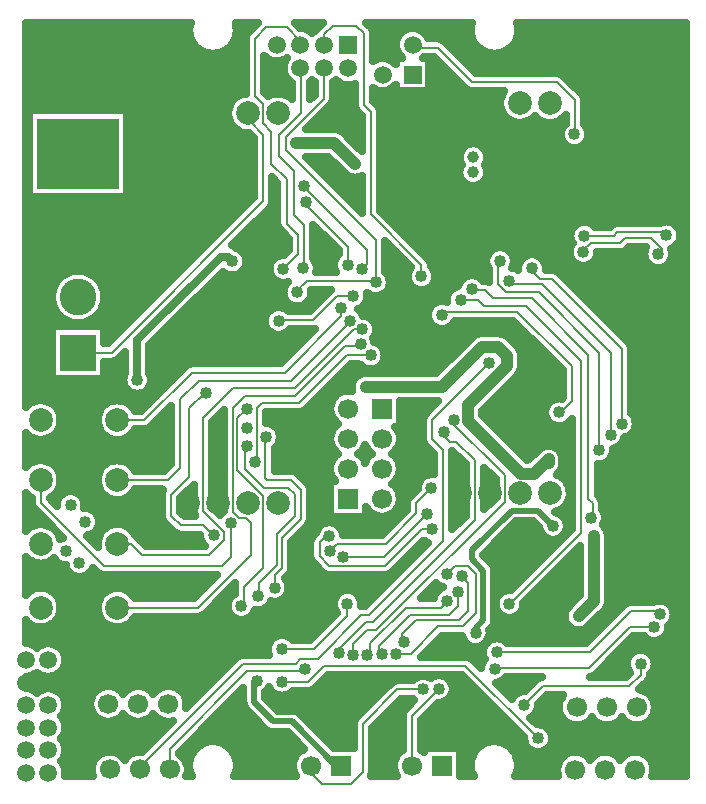
<source format=gbr>
G04 DipTrace 3.0.0.2*
G04 Bottom.gbr*
%MOIN*%
G04 #@! TF.FileFunction,Copper,L2,Bot*
G04 #@! TF.Part,Single*
G04 #@! TA.AperFunction,ComponentPad*
%ADD14C,0.03937*%
G04 #@! TA.AperFunction,Conductor*
%ADD15C,0.008005*%
%ADD17C,0.019685*%
%ADD20C,0.027559*%
G04 #@! TA.AperFunction,CopperBalancing*
%ADD22C,0.025*%
G04 #@! TA.AperFunction,ComponentPad*
%ADD32R,0.275591X0.23622*%
%ADD34C,0.07874*%
%ADD35R,0.066929X0.066929*%
%ADD36C,0.066929*%
%ADD45R,0.059055X0.059055*%
%ADD46C,0.059055*%
%ADD47C,0.059055*%
%ADD48R,0.122047X0.122047*%
%ADD49C,0.122047*%
G04 #@! TA.AperFunction,ViaPad*
%ADD50C,0.04*%
%FSLAX26Y26*%
G04*
G70*
G90*
G75*
G01*
G04 Bottom*
%LPD*%
X2338765Y1244498D2*
D14*
Y1028524D1*
X2286836Y976595D1*
X1368253Y2138247D2*
D15*
X1370395D1*
Y2279753D1*
X1336776Y2313373D1*
Y2461877D1*
X1287121Y2511532D1*
Y2580016D1*
X1361335Y2654230D1*
Y2805923D1*
X1359492Y2804080D1*
X1576692Y1740849D2*
D14*
X1830460D1*
X1963592Y1873982D1*
X2019453D1*
X2048714Y1844722D1*
Y1811028D1*
X1917356Y1679670D1*
Y1628630D1*
X2094872Y1451116D1*
X2137786D1*
X2186575Y1499903D1*
Y1487534D1*
X493701Y1431201D2*
D15*
Y1356201D1*
X706201Y1143701D1*
X1097621D1*
X1127538Y1173618D1*
Y1288529D1*
X1493701Y478454D2*
D17*
X1479708D1*
X1331834Y626328D1*
X1269605D1*
X1205876Y690058D1*
Y753613D1*
X1213931Y761668D1*
X1359492Y2882820D2*
D15*
Y2894575D1*
X1313554Y2940513D1*
X1246047D1*
X1208399Y2902865D1*
Y2712030D1*
X1234671Y2685759D1*
Y2620848D1*
X1262924Y2592595D1*
Y2486142D1*
X1313554Y2435512D1*
Y2286218D1*
X1352500Y2247272D1*
Y2185019D1*
X1302694Y2135213D1*
X1943453Y921294D2*
D17*
Y937036D1*
X1969664Y963247D1*
Y1128974D1*
X1931037Y1167601D1*
Y1196466D1*
X2064075Y1329504D1*
X2151086D1*
X2202021Y1278568D1*
X815622Y1764877D2*
D20*
Y1897537D1*
X1093555Y2175470D1*
X1117282D1*
X1132778Y2159974D1*
X1516267Y1017900D2*
D15*
X1514188D1*
Y977437D1*
X1404156Y867406D1*
X1298769D1*
X1297915Y868260D1*
X1273221Y1072210D2*
Y1113331D1*
X1297687Y1137797D1*
Y1237575D1*
X1360404Y1300293D1*
Y1399095D1*
X1327729Y1431771D1*
X1248335D1*
X1242970Y1437135D1*
Y1571554D1*
X1245511Y1574095D1*
X1218701Y1043701D2*
X1220253D1*
Y1087150D1*
X1281624Y1148520D1*
Y1251196D1*
X1340931Y1310503D1*
Y1383971D1*
X1318701Y1406201D1*
X1236614D1*
X1175407Y1467408D1*
Y1537907D1*
X1181201Y1543701D1*
X1162705Y1011652D2*
X1170687Y1019634D1*
Y1074835D1*
X1234711Y1138860D1*
Y1378727D1*
X1149589Y1463849D1*
Y1637089D1*
X1181201Y1668701D1*
X1044012Y1721841D2*
X1039868D1*
X988407Y1670381D1*
Y1442612D1*
X928715Y1382920D1*
Y1312231D1*
X961235Y1279711D1*
X1034019D1*
X1070116Y1243614D1*
Y1247668D1*
X1705297Y890067D2*
X1698776D1*
Y917311D1*
X1745822Y964357D1*
X1889357D1*
X1918701Y993701D1*
Y1089181D1*
X1898134Y1109748D1*
X1848134Y1117814D2*
X1874021Y1143701D1*
X1918701D1*
X1943701Y1118701D1*
Y986953D1*
X1899908Y943160D1*
X1818260D1*
X1727449Y852349D1*
X1677301D1*
X1631042Y850473D2*
X1622474D1*
Y878358D1*
X1725316Y981201D1*
X1856201D1*
X1885807Y1010807D1*
Y1058248D1*
X1582066Y847814D2*
X1592697D1*
Y887911D1*
X1710987Y1006201D1*
X1826983D1*
X1849588Y1028806D1*
X1681201Y668701D2*
Y528454D1*
X1631201Y478454D1*
X618701Y685131D2*
X589771D1*
X518701Y756201D1*
X2181201Y673708D2*
Y650576D1*
X2231209Y600568D1*
Y521036D1*
X2175631Y465458D1*
X1890869Y2687688D2*
X1631002D1*
X1616221Y2702469D1*
X1018701Y2781201D2*
X1149882D1*
X1156929Y2788248D1*
X923798Y466386D2*
Y534441D1*
X1183058Y793701D1*
X1374732D1*
Y801504D1*
X1298281Y758326D2*
X1383326D1*
X1437236Y812236D1*
X1909672D1*
X2151743Y570166D1*
X2327211Y1305677D2*
X2333511D1*
Y1354603D1*
X2319740Y1368373D1*
Y1847011D1*
X2130315Y2036436D1*
X2003008D1*
X1973792Y2065652D1*
X1934250D1*
X1931201Y2068701D1*
X1377025Y2359547D2*
Y2349551D1*
X1517503Y2209074D1*
Y2148086D1*
X2056201Y1018701D2*
X2057773D1*
X2293776Y1254704D1*
Y1828274D1*
X2111579Y2010471D1*
X1972423D1*
X1951693Y2031201D1*
X1893701D1*
X1372742Y2412385D2*
X1367028D1*
X1581232Y2198180D1*
Y2151326D1*
X1564167Y2134260D1*
X1762970Y2109677D2*
Y2149432D1*
X1595927Y2316475D1*
Y2657074D1*
X1570331Y2682670D1*
Y2921189D1*
X1546390Y2945130D1*
X1466588D1*
X1438232Y2916774D1*
Y2882820D1*
X1593637Y1846563D2*
X1561788D1*
X1559696Y1848655D1*
X1514634D1*
X1355067Y1689088D1*
X1232664D1*
X1213878Y1670302D1*
Y1496146D1*
X1209617Y1491885D1*
X1438232Y2804080D2*
X1437138D1*
Y2702080D1*
X1310536Y2575478D1*
Y2532815D1*
X1610792Y2232559D1*
Y2089654D1*
X1349075Y2056702D2*
X1342622D1*
X1380630Y2094710D1*
X1610792D1*
Y2089654D1*
X1831201Y1981201D2*
Y1992769D1*
X2082074D1*
X2265037Y1809806D1*
Y1694423D1*
X2227415Y1656801D1*
X2222242D1*
X1287313Y1961704D2*
Y1963629D1*
X1402641D1*
X1482530Y2043519D1*
X1536410D1*
X749607Y1631201D2*
X839420D1*
X997533Y1789314D1*
X1308121D1*
X1495790Y1976983D1*
Y2006281D1*
X749607Y1431201D2*
X918701D1*
X958975Y1471475D1*
Y1700776D1*
X1020381Y1762181D1*
X1328071D1*
X1523915Y1958025D1*
Y1962933D1*
X1524872D1*
X749607Y1218701D2*
X793701D1*
X831201Y1181201D1*
X1055570D1*
X1104932Y1230563D1*
Y1257386D1*
X1034638Y1327680D1*
Y1637116D1*
X1136311Y1738789D1*
X1343009D1*
X1538937Y1934717D1*
X1565666D1*
Y1933007D1*
X749607Y1006201D2*
X1018701D1*
X1195049Y1182549D1*
Y1287051D1*
X1178032Y1304068D1*
X1155007D1*
X1134100Y1324975D1*
Y1671600D1*
X1174956Y1712456D1*
X1341956D1*
X1506925Y1877425D1*
X1560234D1*
Y1885198D1*
X1487948Y854780D2*
Y867433D1*
X1578810Y958295D1*
X1600793D1*
X1940960Y1298462D1*
Y1496442D1*
X1878914Y1558488D1*
X1859150D1*
X1827316Y1590322D1*
X1841544D1*
X1839404Y1592462D1*
X1534643Y846327D2*
Y885550D1*
X1580294Y931201D1*
X1612605D1*
X2040882Y1359478D1*
Y1446520D1*
X1855670Y1631732D1*
X1871302D1*
X1731201Y478454D2*
Y645137D1*
X1820965Y734900D1*
X2302991Y2191490D2*
Y2196944D1*
X2326499Y2220452D1*
X2424402D1*
X2441680Y2237730D1*
X2526936D1*
X2563222Y2201444D1*
Y2184750D1*
X2552470D1*
X2538624Y940331D2*
X2456715D1*
X2320958Y804574D1*
X2004372D1*
X2007499Y801446D1*
X1768534Y733000D2*
X1683000D1*
X1568701Y618701D1*
Y532620D1*
X1566944D1*
Y457584D1*
X1528541Y419181D1*
X1430584D1*
X1393701Y456065D1*
Y478454D1*
X2305957Y2245276D2*
X2403688D1*
X2415150Y2256738D1*
X2569368D1*
X2579538Y2246567D1*
X2014465Y856883D2*
X2324271D1*
X2460897Y993509D1*
X2546879D1*
X2557091Y983298D1*
X2131201Y2137368D2*
X2129303Y2135470D1*
Y2130337D1*
X2157861Y2101780D1*
X2196824D1*
X2431201Y1867403D1*
Y1618701D1*
X2493701Y818701D2*
Y781201D1*
X2456201Y743701D1*
X2168701D1*
X2106201Y681201D1*
X823798Y466386D2*
Y473798D1*
X1168701Y818701D1*
X1343701D1*
X1359635Y834635D1*
X1417083D1*
X1562265Y979818D1*
X1587486D1*
X1835436Y1227768D1*
Y1531672D1*
X1798894Y1568214D1*
Y1631331D1*
X1988495Y1820932D1*
X2056201Y2093701D2*
Y2083643D1*
X2165009D1*
X2393701Y1854950D1*
Y1581201D1*
X2356201Y1531201D2*
Y1853827D1*
X2153529Y2056499D1*
X2046177D1*
X2018701Y2083975D1*
Y2155074D1*
X2025184Y2161557D1*
X1501191Y1174995D2*
X1639251D1*
X1781201Y1316945D1*
Y1318701D1*
X1456899Y1195847D2*
X1458347D1*
X1481201Y1218701D1*
X1643701D1*
X1745130Y1320130D1*
Y1353278D1*
X1796188Y1404336D1*
X1456201Y1243701D2*
X1443701D1*
X1423449Y1223449D1*
Y1176453D1*
X1456201Y1143701D1*
X1641021D1*
X1763823Y1266503D1*
X1797407D1*
X1733347Y2882921D2*
Y2872803D1*
X1816767D1*
X1932436Y2757134D1*
X2214449D1*
X2273881Y2697702D1*
Y2583554D1*
X2273032D1*
X618701Y1856201D2*
X731125D1*
X1235379Y2360456D1*
Y2582659D1*
X1191240Y2626798D1*
Y2646499D1*
X1184179Y2653561D1*
X1345941Y2555093D2*
D14*
X1471470D1*
X1541209Y2485355D1*
D50*
X1762970Y2109677D3*
X2273032Y2583554D3*
X2400067Y2495181D3*
X2473828Y2181016D3*
X784547Y1090246D3*
X788004Y1302340D3*
X783719Y1715189D3*
X813637Y1525311D3*
X2377005Y2014876D3*
X1311977Y687667D3*
X1674822Y767100D3*
X1493701Y1081201D3*
X2056201Y2093701D3*
X1298281Y758326D3*
X2151743Y570166D3*
X1534643Y846327D3*
X1487948Y854780D3*
X1871302Y1631732D3*
X1839404Y1592462D3*
X2025184Y2161557D3*
X2393701Y1581201D3*
X2186575Y1487534D3*
X2131201Y2137368D3*
X1647706Y2397452D3*
X2356201Y1531201D3*
X2431201Y1618701D3*
X2106201Y681201D3*
X2493701Y818701D3*
X1374732Y801504D3*
X1820965Y734900D3*
X1768534Y733000D3*
X2007499Y801446D3*
X2014465Y856883D3*
X2305957Y2245276D3*
X2302991Y2191490D3*
X2579538Y2246567D3*
X2552470Y2184750D3*
X2614424Y2934407D3*
X2557091Y983298D3*
X2538624Y940331D3*
X1213931Y761668D3*
X1147545Y675054D3*
X1127538Y1288529D3*
X1044012Y1721841D3*
X2259062Y1096942D3*
X1070116Y1247668D3*
X1501191Y1174995D3*
X1456899Y1195847D3*
X1456201Y1243701D3*
X1556201Y668701D3*
X1681201D3*
X1495790Y2006281D3*
X1797407Y1266503D3*
X1796188Y1404336D3*
X1781201Y1318701D3*
X1524872Y1962933D3*
X1565666Y1933007D3*
X1560234Y1885198D3*
X1181201Y1668701D3*
Y1543701D3*
X1162705Y1011652D3*
X1218701Y1043701D3*
X1848134Y1117814D3*
X1898134Y1109748D3*
X1885807Y1058248D3*
X1849588Y1028806D3*
X1705297Y890067D3*
X1677301Y852349D3*
X1631042Y850473D3*
X1582066Y847814D3*
X1619126Y1078204D3*
X1931201Y2068701D3*
X1893701Y2031201D3*
X1349075Y2056702D3*
X1610792Y2089654D3*
X2327211Y1305677D3*
X2056201Y1018701D3*
X1372742Y2412385D3*
X1377025Y2359547D3*
X1517503Y2148086D3*
X1564167Y2134260D3*
X1209617Y1491885D3*
X1593637Y1846563D3*
X1298729Y1532751D3*
X2034058Y1663925D3*
X1616221Y2702469D3*
X568701Y2943701D3*
X668701D3*
X1018701Y2781201D3*
X1831201Y1981201D3*
X2222242Y1656801D3*
X1287313Y1961704D3*
X1536410Y2043519D3*
X2338765Y1244498D3*
X2286836Y976595D3*
X1345941Y2555093D3*
X1541209Y2485355D3*
X1089990Y1959753D3*
X1273221Y1072210D3*
X1181201Y1606201D3*
X1245511Y1574095D3*
X1302694Y2135213D3*
X1368253Y2138247D3*
X1516267Y1017900D3*
X1156929Y2788248D3*
X1297915Y868260D3*
X1943453Y921294D3*
X2202021Y1278568D3*
X895890Y1904116D3*
X973402Y1230944D3*
X815622Y1764877D3*
X1132778Y2159974D3*
X2137536Y1580431D3*
X1988495Y1820932D3*
X1576692Y1740849D3*
X593760Y1347188D3*
X641551Y1291592D3*
X577701Y1193769D3*
X623020Y1154067D3*
X446201Y2931332D2*
D22*
X986734D1*
X1149692D2*
X1191274D1*
X1390024D2*
X1407730D1*
X1601596D2*
X1702651D1*
X1764047D2*
X1924722D1*
X2087680D2*
X2641226D1*
X446201Y2906463D2*
X990688D1*
X1145738D2*
X1175650D1*
X1603306D2*
X1679995D1*
X1786655D2*
X1928676D1*
X2083726D2*
X2641226D1*
X446201Y2881595D2*
X1004214D1*
X1132163D2*
X1175406D1*
X1603306D2*
X1674819D1*
X1853599D2*
X1942251D1*
X2070151D2*
X2641226D1*
X446201Y2856726D2*
X1039370D1*
X1097007D2*
X1175406D1*
X1603306D2*
X1681314D1*
X1878452D2*
X1977358D1*
X2035044D2*
X2641226D1*
X446201Y2831857D2*
X1175406D1*
X1241391D2*
X1254995D1*
X1663120D2*
X1674802D1*
X1791879D2*
X1812124D1*
X1903306D2*
X2641226D1*
X446201Y2806988D2*
X1175406D1*
X1241391D2*
X1301040D1*
X1791879D2*
X1836978D1*
X1928208D2*
X2641226D1*
X446201Y2782120D2*
X1175406D1*
X1241391D2*
X1305435D1*
X1791879D2*
X1861831D1*
X2234410D2*
X2641226D1*
X446201Y2757251D2*
X1175406D1*
X1241391D2*
X1326235D1*
X1394322D2*
X1404164D1*
X1471470D2*
X1483714D1*
X1791879D2*
X1886734D1*
X2259946D2*
X2641226D1*
X446201Y2732382D2*
X1175406D1*
X1241391D2*
X1328335D1*
X1394322D2*
X1404164D1*
X1470103D2*
X1537368D1*
X1659995D2*
X1674858D1*
X1791879D2*
X1912124D1*
X2284799D2*
X2641226D1*
X446201Y2707513D2*
X1143911D1*
X1470103D2*
X1537368D1*
X1603306D2*
X2025551D1*
X2305259D2*
X2641226D1*
X446201Y2682645D2*
X1122574D1*
X1463120D2*
X1537368D1*
X1615952D2*
X2022719D1*
X2306870D2*
X2641226D1*
X785483Y2657776D2*
X1115932D1*
X1438462D2*
X1549624D1*
X1628891D2*
X2029702D1*
X2306870D2*
X2641226D1*
X785483Y2632907D2*
X1119155D1*
X1413559D2*
X1562954D1*
X1628891D2*
X2051822D1*
X2129916D2*
X2151822D1*
X2229916D2*
X2240915D1*
X2306870D2*
X2641226D1*
X785483Y2608038D2*
X1134096D1*
X1388706D2*
X1562954D1*
X1628891D2*
X2231020D1*
X2315074D2*
X2641226D1*
X785483Y2583170D2*
X1189272D1*
X1511167D2*
X1562954D1*
X1628891D2*
X2224038D1*
X2322007D2*
X2641226D1*
X785483Y2558301D2*
X1202407D1*
X1536070D2*
X1562954D1*
X1628891D2*
X2231508D1*
X2314584D2*
X2641226D1*
X785483Y2533432D2*
X1202407D1*
X1628891D2*
X1895864D1*
X1976596D2*
X2641226D1*
X785483Y2508563D2*
X1202407D1*
X1380406D2*
X1450210D1*
X1628891D2*
X1887563D1*
X1984898D2*
X2641226D1*
X785483Y2483694D2*
X1202407D1*
X1405259D2*
X1475063D1*
X1628891D2*
X1893862D1*
X1978599D2*
X2641226D1*
X785483Y2458826D2*
X1202407D1*
X1430112D2*
X1499966D1*
X1628891D2*
X1886343D1*
X1983579D2*
X2641226D1*
X785483Y2433957D2*
X1202407D1*
X1455015D2*
X1562954D1*
X1628891D2*
X1892202D1*
X1977719D2*
X2641226D1*
X785483Y2409088D2*
X1202407D1*
X1268344D2*
X1280580D1*
X1479868D2*
X1562954D1*
X1628891D2*
X2641226D1*
X785483Y2384219D2*
X1202407D1*
X1268344D2*
X1280580D1*
X1504722D2*
X1562954D1*
X1628891D2*
X2641226D1*
X446201Y2359351D2*
X1188687D1*
X1268344D2*
X1280580D1*
X1529624D2*
X1562954D1*
X1628891D2*
X2641226D1*
X446201Y2334482D2*
X1163784D1*
X1255015D2*
X1280580D1*
X1554478D2*
X1562967D1*
X1628891D2*
X2641226D1*
X446201Y2309613D2*
X1138931D1*
X1230160D2*
X1280580D1*
X1648374D2*
X2641226D1*
X446201Y2284744D2*
X1114076D1*
X1205259D2*
X1280630D1*
X1673276D2*
X2278872D1*
X2333042D2*
X2400600D1*
X2608579D2*
X2641226D1*
X446201Y2259876D2*
X1089175D1*
X1180406D2*
X1294302D1*
X1403355D2*
X1421108D1*
X1698130D2*
X2259340D1*
X2626596D2*
X2641226D1*
X446201Y2235007D2*
X1064322D1*
X1155551D2*
X1319155D1*
X1403355D2*
X1445962D1*
X1722983D2*
X2258120D1*
X2627084D2*
X2641226D1*
X446201Y2210138D2*
X1039467D1*
X1140268D2*
X1319496D1*
X1403355D2*
X1470815D1*
X1643784D2*
X1656655D1*
X1747886D2*
X2257924D1*
X2610923D2*
X2641226D1*
X446201Y2185269D2*
X1014566D1*
X1174302D2*
X1307143D1*
X1403355D2*
X1484536D1*
X1643784D2*
X1681508D1*
X1772739D2*
X1982680D1*
X2067660D2*
X2254410D1*
X2351547D2*
X2503482D1*
X2601450D2*
X2641226D1*
X446201Y2160400D2*
X989711D1*
X1181772D2*
X1261099D1*
X1411607D2*
X1470180D1*
X1643784D2*
X1706411D1*
X1793931D2*
X1976187D1*
X2074155D2*
X2088316D1*
X2174107D2*
X2265932D1*
X2340074D2*
X2510366D1*
X2594566D2*
X2641226D1*
X446201Y2135532D2*
X964858D1*
X1174839D2*
X1253726D1*
X1417172D2*
X1470230D1*
X1643784D2*
X1721840D1*
X1804087D2*
X1984146D1*
X2180160D2*
X2641226D1*
X446201Y2110663D2*
X562906D1*
X674496D2*
X939956D1*
X1088168D2*
X1260708D1*
X1654771D2*
X1713979D1*
X1811948D2*
X1908706D1*
X1953696D2*
X1985708D1*
X2233530D2*
X2641226D1*
X446201Y2085794D2*
X540883D1*
X696519D2*
X915103D1*
X1063315D2*
X1310318D1*
X1659604D2*
X1720571D1*
X1805356D2*
X1885463D1*
X2258432D2*
X2641226D1*
X446201Y2060925D2*
X530923D1*
X706479D2*
X890248D1*
X1038462D2*
X1300259D1*
X1397886D2*
X1454311D1*
X1649839D2*
X1855435D1*
X2283286D2*
X2641226D1*
X446201Y2036057D2*
X528823D1*
X708579D2*
X865395D1*
X1013559D2*
X1304898D1*
X1393247D2*
X1429458D1*
X1584799D2*
X1844986D1*
X2308139D2*
X2641226D1*
X446201Y2011188D2*
X533999D1*
X703403D2*
X840492D1*
X988706D2*
X1337075D1*
X1361070D2*
X1404604D1*
X1572299D2*
X1793179D1*
X2333042D2*
X2641226D1*
X446201Y1986319D2*
X548062D1*
X689340D2*
X815639D1*
X963852D2*
X1245376D1*
X1567563D2*
X1782486D1*
X2357895D2*
X2641226D1*
X446201Y1961450D2*
X580239D1*
X657163D2*
X790786D1*
X938950D2*
X1238344D1*
X1604916D2*
X1786635D1*
X1875767D2*
X2067788D1*
X2382748D2*
X2641226D1*
X446201Y1936582D2*
X528676D1*
X708726D2*
X765883D1*
X914096D2*
X1245668D1*
X1614536D2*
X1815639D1*
X1846763D2*
X2092642D1*
X2407651D2*
X2641226D1*
X446201Y1911713D2*
X528676D1*
X708726D2*
X741030D1*
X889243D2*
X1384927D1*
X1609507D2*
X1934487D1*
X2048570D2*
X2117544D1*
X2432504D2*
X2641226D1*
X446201Y1886844D2*
X528676D1*
X864340D2*
X1360024D1*
X1619370D2*
X1908658D1*
X2074399D2*
X2142398D1*
X2457163D2*
X2641226D1*
X446201Y1861975D2*
X528676D1*
X858383D2*
X1335171D1*
X1640024D2*
X1883803D1*
X2094028D2*
X2167251D1*
X2464194D2*
X2641226D1*
X446201Y1837107D2*
X528676D1*
X757651D2*
X772866D1*
X858383D2*
X1310318D1*
X1641635D2*
X1858950D1*
X2097398D2*
X2192154D1*
X2464194D2*
X2641226D1*
X446201Y1812238D2*
X528676D1*
X708726D2*
X772866D1*
X858383D2*
X974966D1*
X1523814D2*
X1559780D1*
X1627475D2*
X1834047D1*
X2097398D2*
X2217007D1*
X2464194D2*
X2641226D1*
X446201Y1787369D2*
X528676D1*
X708726D2*
X772427D1*
X858823D2*
X949966D1*
X1498960D2*
X1809194D1*
X2090855D2*
X2232046D1*
X2464194D2*
X2641226D1*
X446201Y1762500D2*
X766714D1*
X864536D2*
X925112D1*
X1474107D2*
X1533071D1*
X2067954D2*
X2232046D1*
X2464194D2*
X2641226D1*
X446201Y1737631D2*
X775454D1*
X855795D2*
X900259D1*
X1449204D2*
X1527798D1*
X2043100D2*
X2232046D1*
X2464194D2*
X2641226D1*
X446201Y1712763D2*
X875356D1*
X1424351D2*
X1475551D1*
X2018247D2*
X2232046D1*
X2464194D2*
X2641226D1*
X446201Y1687894D2*
X457680D1*
X529722D2*
X713588D1*
X785630D2*
X850503D1*
X1399496D2*
X1459390D1*
X1693638D2*
X1809828D1*
X1993344D2*
X2185171D1*
X2464194D2*
X2641226D1*
X553843Y1663025D2*
X689467D1*
X809751D2*
X825660D1*
X916831D2*
X925966D1*
X1373374D2*
X1456508D1*
X1693638D2*
X1784975D1*
X1968491D2*
X2173647D1*
X2464194D2*
X2641226D1*
X561704Y1638156D2*
X681607D1*
X891978D2*
X925991D1*
X1081284D2*
X1101138D1*
X1246860D2*
X1464614D1*
X1693638D2*
X1766664D1*
X1975620D2*
X2177163D1*
X2475912D2*
X2641226D1*
X559604Y1613288D2*
X683706D1*
X867124D2*
X925991D1*
X1067612D2*
X1101138D1*
X1273032D2*
X1476138D1*
X1693638D2*
X1765932D1*
X2000474D2*
X2203383D1*
X2241099D2*
X2260806D1*
X2479868D2*
X2641226D1*
X546274Y1588419D2*
X697036D1*
X802183D2*
X925991D1*
X1067612D2*
X1101138D1*
X1292222D2*
X1459584D1*
X1690318D2*
X1765932D1*
X2025376D2*
X2260806D1*
X2468979D2*
X2641226D1*
X446201Y1563550D2*
X925991D1*
X1067612D2*
X1101138D1*
X1293295D2*
X1456460D1*
X1693442D2*
X1766274D1*
X2050230D2*
X2260806D1*
X2439194D2*
X2641226D1*
X446201Y1538681D2*
X925991D1*
X1067612D2*
X1101138D1*
X1278110D2*
X1464322D1*
X1685580D2*
X1782827D1*
X2075083D2*
X2159047D1*
X2214146D2*
X2260806D1*
X2415024D2*
X2641226D1*
X446201Y1513813D2*
X925991D1*
X1067612D2*
X1101138D1*
X1275962D2*
X1476723D1*
X1560679D2*
X1589223D1*
X1673179D2*
X1802456D1*
X1868394D2*
X1877953D1*
X2099936D2*
X2132680D1*
X2233091D2*
X2260806D1*
X2401840D2*
X2641226D1*
X446201Y1488944D2*
X459536D1*
X527866D2*
X715444D1*
X783774D2*
X925991D1*
X1067612D2*
X1101138D1*
X1275962D2*
X1459780D1*
X1690122D2*
X1802456D1*
X1868394D2*
X1902847D1*
X2235532D2*
X2260806D1*
X2378110D2*
X2641226D1*
X553256Y1464075D2*
X690054D1*
X809164D2*
X905971D1*
X1067612D2*
X1101138D1*
X1275962D2*
X1456411D1*
X1693491D2*
X1802456D1*
X1868394D2*
X1907974D1*
X2229234D2*
X2260806D1*
X2352719D2*
X2641226D1*
X561558Y1439206D2*
X681752D1*
X1067612D2*
X1101138D1*
X1365903D2*
X1463979D1*
X1685923D2*
X1762954D1*
X1868394D2*
X1907974D1*
X1973960D2*
X2002603D1*
X2234410D2*
X2260806D1*
X2352719D2*
X2641226D1*
X559848Y1414337D2*
X683462D1*
X1067612D2*
X1101138D1*
X1389292D2*
X1456264D1*
X1672592D2*
X1748306D1*
X1868394D2*
X1907974D1*
X1973960D2*
X2007924D1*
X2352719D2*
X2641226D1*
X547154Y1389469D2*
X571939D1*
X615610D2*
X696158D1*
X803062D2*
X896450D1*
X980894D2*
X1001675D1*
X1067612D2*
X1101138D1*
X1393394D2*
X1456264D1*
X1689927D2*
X1735708D1*
X1868394D2*
X1907974D1*
X1973960D2*
X2007924D1*
X2352719D2*
X2641226D1*
X446201Y1364600D2*
X460708D1*
X530894D2*
X548159D1*
X639390D2*
X895718D1*
X961704D2*
X1001675D1*
X1067612D2*
X1101138D1*
X1393394D2*
X1456264D1*
X1693540D2*
X1714322D1*
X1868394D2*
X1907974D1*
X1973960D2*
X2000406D1*
X2364828D2*
X2641226D1*
X446201Y1339731D2*
X465542D1*
X642172D2*
X895718D1*
X961704D2*
X1001675D1*
X1068198D2*
X1101138D1*
X1393394D2*
X1456264D1*
X1686215D2*
X1712172D1*
X1868394D2*
X1907974D1*
X2238511D2*
X2260806D1*
X2366490D2*
X2641226D1*
X446201Y1314862D2*
X489419D1*
X684311D2*
X895718D1*
X971714D2*
X1004458D1*
X1393394D2*
X1456264D1*
X1581138D2*
X1602310D1*
X1660092D2*
X1694252D1*
X1868394D2*
X1907974D1*
X2233579D2*
X2260806D1*
X2375278D2*
X2641226D1*
X446201Y1289994D2*
X514322D1*
X690512D2*
X905336D1*
X1391587D2*
X1449379D1*
X1463020D2*
X1669399D1*
X1868394D2*
X1886879D1*
X2078452D2*
X2136734D1*
X2249595D2*
X2260757D1*
X2373471D2*
X2641226D1*
X682260Y1265125D2*
X700406D1*
X798814D2*
X930191D1*
X1370835D2*
X1412416D1*
X1499986D2*
X1644496D1*
X2053550D2*
X2154995D1*
X2249008D2*
X2258616D1*
X2382944D2*
X2641226D1*
X655259Y1240256D2*
X684878D1*
X817759D2*
X1021694D1*
X1345982D2*
X1395523D1*
X2028696D2*
X2173208D1*
X2387583D2*
X2641226D1*
X842612Y1215387D2*
X1034146D1*
X1330650D2*
X1390444D1*
X1758335D2*
X1777456D1*
X2003843D2*
X2208852D1*
X2387436D2*
X2641226D1*
X1330650Y1190519D2*
X1390444D1*
X1733432D2*
X1752603D1*
X1978940D2*
X2183999D1*
X2275180D2*
X2290092D1*
X2387436D2*
X2641226D1*
X1330650Y1165650D2*
X1392446D1*
X1708579D2*
X1727700D1*
X1986851D2*
X2159096D1*
X2250327D2*
X2290103D1*
X2387436D2*
X2641226D1*
X446201Y1140781D2*
X575991D1*
X1330650D2*
X1413491D1*
X1683726D2*
X1702872D1*
X2006528D2*
X2134243D1*
X2225474D2*
X2290103D1*
X2387436D2*
X2641226D1*
X446201Y1115912D2*
X593960D1*
X652084D2*
X691176D1*
X1321420D2*
X1441176D1*
X1656040D2*
X1677992D1*
X2008482D2*
X2109390D1*
X2200571D2*
X2290103D1*
X2387436D2*
X2641226D1*
X446201Y1091044D2*
X1057924D1*
X1318247D2*
X1653091D1*
X2008482D2*
X2084487D1*
X2175718D2*
X2290103D1*
X2387436D2*
X2641226D1*
X446201Y1066175D2*
X463979D1*
X523423D2*
X719887D1*
X779331D2*
X1033071D1*
X1124302D2*
X1137736D1*
X1321811D2*
X1628238D1*
X1793198D2*
X1819448D1*
X2008482D2*
X2059634D1*
X2150864D2*
X2290103D1*
X2387436D2*
X2641226D1*
X551939Y1041306D2*
X691372D1*
X807847D2*
X1008218D1*
X1099399D2*
X1124379D1*
X1310435D2*
X1473599D1*
X1558920D2*
X1603383D1*
X1768295D2*
X1802310D1*
X2125962D2*
X2283755D1*
X2387436D2*
X2641226D1*
X561264Y1016437D2*
X682046D1*
X1074546D2*
X1113979D1*
X1258872D2*
X1467299D1*
X1565219D2*
X1578520D1*
X2105160D2*
X2258902D1*
X2385826D2*
X2438295D1*
X2592222D2*
X2641226D1*
X560435Y991568D2*
X682876D1*
X1049692D2*
X1118276D1*
X1207114D2*
X1475454D1*
X2096470D2*
X2240298D1*
X2369614D2*
X2413344D1*
X2605356D2*
X2641226D1*
X548911Y966700D2*
X694399D1*
X804819D2*
X1148355D1*
X1177084D2*
X1457827D1*
X2008482D2*
X2238931D1*
X2344711D2*
X2388491D1*
X2603012D2*
X2641226D1*
X446201Y941831D2*
X477260D1*
X510142D2*
X733168D1*
X766050D2*
X1432974D1*
X2001499D2*
X2253482D1*
X2320200D2*
X2363588D1*
X2587583D2*
X2641226D1*
X446201Y916962D2*
X1408120D1*
X1992222D2*
X2338735D1*
X2581332D2*
X2641226D1*
X446201Y892093D2*
X1255483D1*
X1812778D2*
X1904799D1*
X2047348D2*
X2313882D1*
X2454087D2*
X2641226D1*
X564096Y867225D2*
X1248940D1*
X1787924D2*
X1966616D1*
X2429234D2*
X2641226D1*
X576108Y842356D2*
X1146987D1*
X1916879D2*
X1967788D1*
X2404331D2*
X2451187D1*
X2536215D2*
X2641226D1*
X575523Y817487D2*
X1121890D1*
X1950034D2*
X1961364D1*
X2379478D2*
X2444742D1*
X2542660D2*
X2641226D1*
X561802Y792618D2*
X1096987D1*
X2354624D2*
X2452700D1*
X2534702D2*
X2641226D1*
X446201Y767750D2*
X1072134D1*
X1438364D2*
X1735171D1*
X1856382D2*
X1908559D1*
X2042026D2*
X2147475D1*
X2523570D2*
X2641226D1*
X446201Y742881D2*
X700063D1*
X737339D2*
X800063D1*
X837339D2*
X900063D1*
X937339D2*
X1047280D1*
X1413511D2*
X1647280D1*
X1869272D2*
X1933412D1*
X2024643D2*
X2122280D1*
X2501011D2*
X2641226D1*
X563412Y718012D2*
X666079D1*
X971323D2*
X1022427D1*
X1152963D2*
X1167055D1*
X1244711D2*
X1272622D1*
X1323960D2*
X1622427D1*
X1866782D2*
X1958267D1*
X2049496D2*
X2075307D1*
X2524107D2*
X2641226D1*
X575912Y693143D2*
X656802D1*
X980600D2*
X997524D1*
X1128110D2*
X1167055D1*
X1256675D2*
X1597524D1*
X1688755D2*
X1733608D1*
X1843882D2*
X1983168D1*
X2163755D2*
X2221987D1*
X2540415D2*
X2641226D1*
X575718Y668274D2*
X658658D1*
X1103256D2*
X1174331D1*
X1281528D2*
X1572671D1*
X1663902D2*
X1708755D1*
X1799936D2*
X2008023D1*
X2153355D2*
X2219008D1*
X2543394D2*
X2641226D1*
X563071Y643406D2*
X673159D1*
X764243D2*
X773114D1*
X864243D2*
X873114D1*
X1078355D2*
X1198647D1*
X1368638D2*
X1547818D1*
X1638999D2*
X1698208D1*
X1775083D2*
X2032876D1*
X2135776D2*
X2226967D1*
X2535435D2*
X2641226D1*
X575864Y618537D2*
X922915D1*
X1053500D2*
X1223550D1*
X1393491D2*
X1535708D1*
X1614146D2*
X1698208D1*
X1764194D2*
X2057778D1*
X2148960D2*
X2255239D1*
X2307163D2*
X2355239D1*
X2407163D2*
X2455239D1*
X2507163D2*
X2641226D1*
X575815Y593668D2*
X898062D1*
X1028647D2*
X1251235D1*
X1418344D2*
X1535708D1*
X1601694D2*
X1698208D1*
X1764194D2*
X2082631D1*
X2194370D2*
X2641226D1*
X562924Y568799D2*
X873208D1*
X1003744D2*
X1335512D1*
X1443247D2*
X1535708D1*
X1601694D2*
X1698208D1*
X1764194D2*
X2102748D1*
X2200718D2*
X2641226D1*
X575767Y543931D2*
X848306D1*
X978891D2*
X1017691D1*
X1118687D2*
X1360366D1*
X1468100D2*
X1535708D1*
X1601694D2*
X1698208D1*
X1764194D2*
X1955679D1*
X2056723D2*
X2110855D1*
X2192612D2*
X2641226D1*
X575912Y519062D2*
X692642D1*
X754916D2*
X792642D1*
X956772D2*
X996352D1*
X1140024D2*
X1347084D1*
X1599936D2*
X1684584D1*
X1893638D2*
X1934390D1*
X2078012D2*
X2246255D1*
X2305015D2*
X2346255D1*
X2405015D2*
X2446255D1*
X2505015D2*
X2641226D1*
X563267Y494193D2*
X668179D1*
X979428D2*
X987761D1*
X1148618D2*
X1333364D1*
X1599936D2*
X1670864D1*
X1893638D2*
X1925795D1*
X2086607D2*
X2220523D1*
X2530747D2*
X2641226D1*
X575668Y469324D2*
X661391D1*
X1148814D2*
X1331948D1*
X1599936D2*
X1669448D1*
X1893638D2*
X1925600D1*
X2086802D2*
X2213295D1*
X2537974D2*
X2641226D1*
X575962Y444456D2*
X665492D1*
X982114D2*
X995767D1*
X1140610D2*
X1341811D1*
X1596958D2*
X1679311D1*
X1893638D2*
X1933755D1*
X2078647D2*
X2216958D1*
X2534311D2*
X2641226D1*
X466914Y2663303D2*
X782988D1*
Y2374099D1*
X454414D1*
Y2663303D1*
X466914D1*
X2256528Y1382520D2*
X2254911Y1372313D1*
X2251718Y1362483D1*
X2247025Y1353274D1*
X2240950Y1344914D1*
X2233643Y1337607D1*
X2225282Y1331532D1*
X2216074Y1326839D1*
X2209257Y1324495D1*
X2216389Y1322785D1*
X2223129Y1319994D1*
X2229348Y1316181D1*
X2234897Y1311444D1*
X2239634Y1305895D1*
X2243446Y1299676D1*
X2246238Y1292936D1*
X2247941Y1285841D1*
X2248513Y1278568D1*
X2247941Y1271295D1*
X2246238Y1264201D1*
X2243446Y1257461D1*
X2239634Y1251242D1*
X2234897Y1245693D1*
X2229348Y1240956D1*
X2223129Y1237143D1*
X2216389Y1234352D1*
X2209294Y1232649D1*
X2202021Y1232076D1*
X2194748Y1232649D1*
X2187654Y1234352D1*
X2180914Y1237143D1*
X2174694Y1240956D1*
X2169146Y1245693D1*
X2164408Y1251242D1*
X2160596Y1257461D1*
X2157805Y1264201D1*
X2156101Y1271295D1*
X2155855Y1273377D1*
X2136036Y1293168D1*
X2079065Y1293170D1*
X1967992Y1182036D1*
X1997293Y1152571D1*
X2000645Y1147958D1*
X2003234Y1142878D1*
X2004995Y1137456D1*
X2005887Y1131824D1*
X2005999Y1041474D1*
X2005887Y960397D1*
X2004995Y954765D1*
X2003234Y949343D1*
X2000645Y944263D1*
X1997293Y939650D1*
X1988900Y931097D1*
X1989802Y924942D1*
Y917646D1*
X1988660Y910441D1*
X1986406Y903503D1*
X1983093Y897002D1*
X1978806Y891100D1*
X1973647Y885941D1*
X1967746Y881654D1*
X1961244Y878341D1*
X1954306Y876087D1*
X1947101Y874945D1*
X1939805D1*
X1932600Y876087D1*
X1925662Y878341D1*
X1919160Y881654D1*
X1913259Y885941D1*
X1908100Y891100D1*
X1903813Y897002D1*
X1900500Y903503D1*
X1898246Y910441D1*
X1897798Y912693D1*
X1830914Y912666D1*
X1760929Y842704D1*
X1912065Y842637D1*
X1919096Y841239D1*
X1925605Y838238D1*
X1931235Y833799D1*
X1931457Y833559D1*
X1961101Y803935D1*
X1962292Y812299D1*
X1964546Y819238D1*
X1967858Y825739D1*
X1972146Y831641D1*
X1974130Y833788D1*
X1971512Y839092D1*
X1969257Y846030D1*
X1968116Y853235D1*
Y860532D1*
X1969257Y867736D1*
X1971512Y874675D1*
X1974824Y881176D1*
X1979112Y887078D1*
X1984271Y892236D1*
X1990172Y896524D1*
X1996673Y899836D1*
X2003612Y902091D1*
X2010816Y903232D1*
X2018113D1*
X2025318Y902091D1*
X2032256Y899836D1*
X2038757Y896524D1*
X2044659Y892236D1*
X2049557Y887360D1*
X2311681Y887378D1*
X2441092Y1016698D1*
X2447053Y1020680D1*
X2453777Y1023162D1*
X2460897Y1024004D1*
X2461223Y1023991D1*
X2534676Y1024004D1*
X2542723Y1027515D1*
X2549818Y1029218D1*
X2557091Y1029790D1*
X2564364Y1029218D1*
X2571458Y1027515D1*
X2578198Y1024723D1*
X2584418Y1020911D1*
X2589966Y1016173D1*
X2594704Y1010625D1*
X2598516Y1004406D1*
X2601307Y997666D1*
X2603011Y990571D1*
X2603583Y983298D1*
X2603011Y976025D1*
X2601307Y968931D1*
X2598516Y962191D1*
X2594704Y955971D1*
X2589966Y950423D1*
X2584765Y945958D1*
X2584973Y936683D1*
X2583831Y929478D1*
X2581576Y922540D1*
X2578264Y916038D1*
X2573977Y910137D1*
X2568818Y904978D1*
X2562916Y900691D1*
X2556415Y897378D1*
X2549477Y895124D1*
X2542272Y893982D1*
X2534975D1*
X2527771Y895124D1*
X2520832Y897378D1*
X2514331Y900691D1*
X2508429Y904978D1*
X2503532Y909855D1*
X2469336Y909836D1*
X2340763Y781385D1*
X2334802Y777403D1*
X2328078Y774921D1*
X2325330Y774407D1*
X2368701Y774196D1*
X2443554D1*
X2458151Y788777D1*
X2454061Y794408D1*
X2450748Y800910D1*
X2448494Y807848D1*
X2447352Y815053D1*
Y822349D1*
X2448494Y829554D1*
X2450748Y836492D1*
X2454061Y842994D1*
X2458348Y848895D1*
X2463507Y854054D1*
X2469408Y858341D1*
X2475910Y861654D1*
X2482848Y863908D1*
X2490053Y865050D1*
X2497349D1*
X2504554Y863908D1*
X2511492Y861654D1*
X2517994Y858341D1*
X2523895Y854054D1*
X2529054Y848895D1*
X2533341Y842994D1*
X2536654Y836492D1*
X2538908Y829554D1*
X2540050Y822349D1*
Y815053D1*
X2538908Y807848D1*
X2536654Y800910D1*
X2533341Y794408D1*
X2529054Y788507D1*
X2524177Y783609D1*
X2523820Y776431D1*
X2521874Y769532D1*
X2518372Y763277D1*
X2515264Y759638D1*
X2488782Y733156D1*
X2495197Y732008D1*
X2504146Y729100D1*
X2512528Y724830D1*
X2520139Y719299D1*
X2526793Y712646D1*
X2532323Y705034D1*
X2536593Y696652D1*
X2539502Y687704D1*
X2540973Y678412D1*
Y669003D1*
X2539502Y659711D1*
X2536593Y650763D1*
X2532323Y642381D1*
X2526793Y634769D1*
X2520139Y628116D1*
X2512528Y622586D1*
X2504146Y618315D1*
X2495197Y615407D1*
X2485906Y613936D1*
X2476496D1*
X2467205Y615407D1*
X2458256Y618315D1*
X2449874Y622586D1*
X2442263Y628116D1*
X2435609Y634769D1*
X2431234Y640652D1*
X2426793Y634769D1*
X2420139Y628116D1*
X2412528Y622586D1*
X2404146Y618315D1*
X2395197Y615407D1*
X2385906Y613936D1*
X2376496D1*
X2367205Y615407D1*
X2358256Y618315D1*
X2349874Y622586D1*
X2342263Y628116D1*
X2335609Y634769D1*
X2331234Y640652D1*
X2326793Y634769D1*
X2320139Y628116D1*
X2312528Y622586D1*
X2304146Y618315D1*
X2295197Y615407D1*
X2285906Y613936D1*
X2276496D1*
X2267205Y615407D1*
X2258256Y618315D1*
X2249874Y622586D1*
X2242263Y628116D1*
X2235609Y634769D1*
X2230079Y642381D1*
X2225809Y650763D1*
X2222900Y659711D1*
X2221429Y669003D1*
Y678412D1*
X2222900Y687704D1*
X2225809Y696652D1*
X2230079Y705034D1*
X2236146Y713227D1*
X2181348Y713206D1*
X2152596Y684469D1*
X2152550Y677553D1*
X2151408Y670348D1*
X2149154Y663410D1*
X2145841Y656908D1*
X2141554Y651007D1*
X2136395Y645848D1*
X2130494Y641561D1*
X2125897Y639125D1*
X2148512Y616523D1*
X2155391Y616515D1*
X2162596Y615373D1*
X2169534Y613118D1*
X2176036Y609806D1*
X2181937Y605519D1*
X2187096Y600360D1*
X2191383Y594458D1*
X2194696Y587957D1*
X2196950Y581019D1*
X2198092Y573814D1*
Y566517D1*
X2196950Y559313D1*
X2194696Y552374D1*
X2191383Y545873D1*
X2187096Y539971D1*
X2181937Y534813D1*
X2176036Y530525D1*
X2169534Y527213D1*
X2162596Y524958D1*
X2155391Y523816D1*
X2148095D1*
X2140890Y524958D1*
X2133952Y527213D1*
X2127450Y530525D1*
X2121549Y534813D1*
X2116390Y539971D1*
X2112103Y545873D1*
X2108790Y552374D1*
X2106536Y559313D1*
X2105394Y566517D1*
X2105379Y573428D1*
X1897021Y781761D1*
X1449857Y781742D1*
X1403130Y735137D1*
X1397170Y731155D1*
X1390445Y728673D1*
X1383326Y727831D1*
X1382999Y727844D1*
X1333374Y727831D1*
X1328475Y722973D1*
X1322574Y718685D1*
X1316072Y715373D1*
X1309134Y713118D1*
X1301929Y711977D1*
X1294633D1*
X1287428Y713118D1*
X1280490Y715373D1*
X1273988Y718685D1*
X1268087Y722973D1*
X1262928Y728131D1*
X1258641Y734033D1*
X1255334Y740521D1*
X1251544Y734341D1*
X1246806Y728793D1*
X1242188Y724788D1*
X1242210Y705126D1*
X1284635Y662683D1*
X1334684Y662551D1*
X1340315Y661659D1*
X1345738Y659898D1*
X1350818Y657309D1*
X1355431Y653957D1*
X1419398Y590149D1*
X1471244Y538411D1*
X1537016D1*
X1538080Y542420D1*
X1538206Y618701D1*
X1539049Y625820D1*
X1541530Y632545D1*
X1545512Y638505D1*
X1644365Y737491D1*
X1663196Y756189D1*
X1669156Y760171D1*
X1675881Y762652D1*
X1683000Y763495D1*
X1683327Y763482D1*
X1733440Y763495D1*
X1738340Y768353D1*
X1744242Y772641D1*
X1750743Y775953D1*
X1757681Y778208D1*
X1764886Y779349D1*
X1772183D1*
X1779387Y778208D1*
X1786326Y775953D1*
X1793336Y772301D1*
X1799857Y776326D1*
X1806597Y779117D1*
X1813692Y780820D1*
X1820965Y781393D1*
X1828238Y780820D1*
X1835332Y779117D1*
X1842072Y776326D1*
X1848292Y772513D1*
X1853840Y767776D1*
X1858578Y762227D1*
X1862390Y756008D1*
X1865181Y749268D1*
X1866885Y742173D1*
X1867457Y734900D1*
X1866885Y727628D1*
X1865181Y720533D1*
X1862390Y713793D1*
X1858578Y707574D1*
X1853840Y702025D1*
X1848292Y697288D1*
X1842072Y693475D1*
X1835332Y690684D1*
X1828238Y688981D1*
X1820965Y688408D1*
X1817702Y688537D1*
X1761701Y632511D1*
X1761696Y530049D1*
X1770139Y524046D1*
X1771234Y523034D1*
X1771244Y538411D1*
X1891158D1*
Y443734D1*
X1936718Y443701D1*
X1933222Y450973D1*
X1929391Y462760D1*
X1927453Y475003D1*
Y487399D1*
X1929391Y499642D1*
X1933222Y511429D1*
X1938849Y522474D1*
X1946135Y532503D1*
X1954899Y541267D1*
X1964928Y548553D1*
X1975973Y554180D1*
X1987760Y558011D1*
X2000003Y559949D1*
X2012399D1*
X2024642Y558011D1*
X2036429Y554180D1*
X2047474Y548553D1*
X2057503Y541267D1*
X2066267Y532503D1*
X2073553Y522474D1*
X2079180Y511429D1*
X2083011Y499642D1*
X2084949Y487399D1*
Y475003D1*
X2083011Y462760D1*
X2079180Y450973D1*
X2075649Y443670D1*
X2219726Y443701D1*
X2217331Y451462D1*
X2215860Y460753D1*
Y470163D1*
X2217331Y479454D1*
X2220239Y488403D1*
X2224509Y496785D1*
X2230040Y504397D1*
X2236693Y511050D1*
X2244305Y516580D1*
X2252687Y520851D1*
X2261635Y523759D1*
X2270927Y525230D1*
X2280336D1*
X2289628Y523759D1*
X2298576Y520851D1*
X2306958Y516580D1*
X2314570Y511050D1*
X2321223Y504397D1*
X2325599Y498513D1*
X2330040Y504397D1*
X2336693Y511050D1*
X2344305Y516580D1*
X2352687Y520851D1*
X2361635Y523759D1*
X2370927Y525230D1*
X2380336D1*
X2389628Y523759D1*
X2398576Y520851D1*
X2406958Y516580D1*
X2414570Y511050D1*
X2421223Y504397D1*
X2425599Y498513D1*
X2430040Y504397D1*
X2436693Y511050D1*
X2444305Y516580D1*
X2452687Y520851D1*
X2461635Y523759D1*
X2470927Y525230D1*
X2480336D1*
X2489628Y523759D1*
X2498576Y520851D1*
X2506958Y516580D1*
X2514570Y511050D1*
X2521223Y504397D1*
X2526753Y496785D1*
X2531024Y488403D1*
X2533932Y479454D1*
X2535403Y470163D1*
Y460753D1*
X2533932Y451462D1*
X2531463Y443704D1*
X2643701Y443701D1*
Y2956201D1*
X2081152D1*
X2084221Y2943558D1*
X2085193Y2931201D1*
X2084221Y2918844D1*
X2081327Y2906792D1*
X2076583Y2895339D1*
X2070107Y2884771D1*
X2062057Y2875345D1*
X2052631Y2867295D1*
X2042063Y2860819D1*
X2030610Y2856075D1*
X2018558Y2853181D1*
X2006201Y2852209D1*
X1993844Y2853181D1*
X1981792Y2856075D1*
X1970339Y2860819D1*
X1959771Y2867295D1*
X1950345Y2875345D1*
X1942295Y2884771D1*
X1935819Y2895339D1*
X1931075Y2906792D1*
X1928181Y2918844D1*
X1927209Y2931201D1*
X1928181Y2943558D1*
X1931075Y2955610D1*
X1931201Y2956201D1*
X1578418D1*
X1593520Y2940994D1*
X1597502Y2935033D1*
X1599983Y2928309D1*
X1600826Y2921189D1*
X1600813Y2920862D1*
X1600826Y2828562D1*
X1607915Y2832835D1*
X1616036Y2836200D1*
X1624583Y2838251D1*
X1633347Y2838941D1*
X1642110Y2838251D1*
X1650658Y2836200D1*
X1658778Y2832835D1*
X1666274Y2828243D1*
X1672958Y2822533D1*
X1677316Y2817563D1*
X1677327Y2838941D1*
X1698666D1*
X1693735Y2843310D1*
X1688025Y2849994D1*
X1683433Y2857490D1*
X1680068Y2865610D1*
X1678017Y2874158D1*
X1677327Y2882921D1*
X1678017Y2891685D1*
X1680068Y2900232D1*
X1683433Y2908353D1*
X1688025Y2915849D1*
X1693735Y2922533D1*
X1700419Y2928243D1*
X1707915Y2932835D1*
X1716036Y2936200D1*
X1724583Y2938251D1*
X1733347Y2938941D1*
X1742110Y2938251D1*
X1750658Y2936200D1*
X1758778Y2932835D1*
X1766274Y2928243D1*
X1772958Y2922533D1*
X1778668Y2915849D1*
X1783260Y2908353D1*
X1785500Y2903280D1*
X1819159Y2903205D1*
X1826191Y2901806D1*
X1832701Y2898805D1*
X1838330Y2894366D1*
X1838553Y2894126D1*
X1945051Y2787645D1*
X2216841Y2787534D1*
X2223873Y2786137D1*
X2230382Y2783135D1*
X2236012Y2778697D1*
X2236234Y2778457D1*
X2297070Y2717507D1*
X2301051Y2711546D1*
X2303533Y2704822D1*
X2304376Y2697702D1*
X2304362Y2697376D1*
X2304376Y2617869D1*
X2308385Y2613748D1*
X2312672Y2607847D1*
X2315984Y2601345D1*
X2318239Y2594407D1*
X2319381Y2587202D1*
Y2579906D1*
X2318239Y2572701D1*
X2315984Y2565763D1*
X2312672Y2559261D1*
X2308385Y2553360D1*
X2303226Y2548201D1*
X2297324Y2543914D1*
X2290823Y2540601D1*
X2283885Y2538347D1*
X2276680Y2537205D1*
X2269383D1*
X2262179Y2538347D1*
X2255240Y2540601D1*
X2248739Y2543914D1*
X2242837Y2548201D1*
X2237679Y2553360D1*
X2233391Y2559261D1*
X2230079Y2565763D1*
X2227824Y2572701D1*
X2226683Y2579906D1*
Y2587202D1*
X2227824Y2594407D1*
X2230079Y2601345D1*
X2233391Y2607847D1*
X2237679Y2613748D1*
X2243408Y2619357D1*
X2243386Y2647958D1*
X2237441Y2641116D1*
X2229582Y2634404D1*
X2220769Y2629004D1*
X2211222Y2625049D1*
X2201172Y2622637D1*
X2190869Y2621826D1*
X2180566Y2622637D1*
X2170516Y2625049D1*
X2160969Y2629004D1*
X2152156Y2634404D1*
X2144297Y2641116D1*
X2140883Y2644810D1*
X2133643Y2637607D1*
X2125282Y2631532D1*
X2116074Y2626839D1*
X2106244Y2623646D1*
X2096037Y2622029D1*
X2085701D1*
X2075494Y2623646D1*
X2065664Y2626839D1*
X2056456Y2631532D1*
X2048095Y2637607D1*
X2040788Y2644914D1*
X2034713Y2653274D1*
X2030020Y2662483D1*
X2026827Y2672313D1*
X2025210Y2682520D1*
Y2692856D1*
X2026827Y2703063D1*
X2030020Y2712893D1*
X2034713Y2722101D1*
X2037773Y2726639D1*
X1930044Y2726734D1*
X1923013Y2728131D1*
X1916503Y2731133D1*
X1910873Y2735571D1*
X1910651Y2735811D1*
X1804151Y2842293D1*
X1771894Y2842309D1*
X1767988Y2838952D1*
X1789366Y2838941D1*
Y2726902D1*
X1677327D1*
Y2748239D1*
X1672958Y2743310D1*
X1666274Y2737600D1*
X1658778Y2733008D1*
X1650658Y2729643D1*
X1642110Y2727592D1*
X1633347Y2726902D1*
X1624583Y2727592D1*
X1616036Y2729643D1*
X1607915Y2733008D1*
X1600805Y2737343D1*
X1600826Y2695261D1*
X1619116Y2676878D1*
X1623097Y2670918D1*
X1625579Y2664193D1*
X1626421Y2657074D1*
X1626408Y2656747D1*
X1626421Y2329095D1*
X1786159Y2169236D1*
X1790141Y2163276D1*
X1792622Y2156551D1*
X1793465Y2149432D1*
X1793452Y2149105D1*
X1793465Y2144793D1*
X1798323Y2139872D1*
X1802610Y2133970D1*
X1805923Y2127469D1*
X1808177Y2120530D1*
X1809319Y2113326D1*
Y2106029D1*
X1808177Y2098824D1*
X1805923Y2091886D1*
X1802610Y2085385D1*
X1798323Y2079483D1*
X1793164Y2074324D1*
X1787263Y2070037D1*
X1780761Y2066725D1*
X1773823Y2064470D1*
X1766618Y2063328D1*
X1759322D1*
X1752117Y2064470D1*
X1745179Y2066725D1*
X1738677Y2070037D1*
X1732776Y2074324D1*
X1727617Y2079483D1*
X1723330Y2085385D1*
X1720017Y2091886D1*
X1717763Y2098824D1*
X1716621Y2106029D1*
Y2113326D1*
X1717763Y2120530D1*
X1720017Y2127469D1*
X1723330Y2133970D1*
X1728479Y2140803D1*
X1641246Y2228030D1*
X1641286Y2124795D1*
X1646145Y2119848D1*
X1650432Y2113946D1*
X1653744Y2107445D1*
X1655999Y2100507D1*
X1657141Y2093302D1*
Y2086005D1*
X1655999Y2078801D1*
X1653744Y2071862D1*
X1650432Y2065361D1*
X1646145Y2059460D1*
X1640986Y2054301D1*
X1635084Y2050013D1*
X1628583Y2046701D1*
X1621645Y2044446D1*
X1614440Y2043305D1*
X1607143D1*
X1599939Y2044446D1*
X1593000Y2046701D1*
X1586499Y2050013D1*
X1581862Y2053303D1*
X1582759Y2047166D1*
Y2039870D1*
X1581617Y2032666D1*
X1579364Y2025727D1*
X1576051Y2019226D1*
X1571763Y2013324D1*
X1566604Y2008166D1*
X1560702Y2003877D1*
X1552851Y2000067D1*
X1557747Y1995809D1*
X1562484Y1990260D1*
X1566297Y1984040D1*
X1568303Y1979427D1*
X1576519Y1978214D1*
X1583457Y1975960D1*
X1589958Y1972647D1*
X1595860Y1968358D1*
X1601019Y1963201D1*
X1605307Y1957298D1*
X1608618Y1950798D1*
X1610873Y1943860D1*
X1612015Y1936654D1*
Y1929358D1*
X1610873Y1922152D1*
X1608618Y1915214D1*
X1605307Y1908714D1*
X1602457Y1904637D1*
X1605442Y1896051D1*
X1606293Y1891295D1*
X1614744Y1887988D1*
X1620965Y1884176D1*
X1626512Y1879439D1*
X1631251Y1873891D1*
X1635062Y1867671D1*
X1637855Y1860931D1*
X1639557Y1853836D1*
X1640129Y1846563D1*
X1639557Y1839290D1*
X1637855Y1832197D1*
X1635062Y1825457D1*
X1631251Y1819236D1*
X1626512Y1813689D1*
X1620965Y1808950D1*
X1614744Y1805139D1*
X1608004Y1802347D1*
X1600911Y1800645D1*
X1593637Y1800071D1*
X1586364Y1800645D1*
X1579271Y1802347D1*
X1572530Y1805139D1*
X1566310Y1808950D1*
X1560763Y1813689D1*
X1558372Y1816276D1*
X1551986Y1817701D1*
X1550685Y1818173D1*
X1527225Y1818160D1*
X1374872Y1665899D1*
X1368911Y1661918D1*
X1362187Y1659436D1*
X1355067Y1658593D1*
X1354740Y1658607D1*
X1245252Y1658593D1*
X1244373Y1645302D1*
Y1620546D1*
X1252784Y1620015D1*
X1259878Y1618311D1*
X1266618Y1615520D1*
X1272837Y1611708D1*
X1278386Y1606970D1*
X1283124Y1601421D1*
X1286936Y1595202D1*
X1289727Y1588462D1*
X1291431Y1581368D1*
X1292003Y1574095D1*
X1291431Y1566822D1*
X1289727Y1559727D1*
X1286936Y1552987D1*
X1283124Y1546768D1*
X1278386Y1541219D1*
X1273454Y1536967D1*
X1273465Y1462227D1*
X1330121Y1462171D1*
X1337152Y1460773D1*
X1343662Y1457772D1*
X1349292Y1453334D1*
X1349513Y1453093D1*
X1383593Y1418899D1*
X1387575Y1412939D1*
X1390057Y1406214D1*
X1390899Y1399095D1*
X1390886Y1398768D1*
X1390805Y1297900D1*
X1389407Y1290869D1*
X1386406Y1284360D1*
X1381967Y1278730D1*
X1381727Y1278508D1*
X1328141Y1224903D1*
X1328087Y1135404D1*
X1326689Y1128373D1*
X1323688Y1121864D1*
X1319250Y1116234D1*
X1319009Y1116012D1*
X1307062Y1104046D1*
X1310834Y1099537D1*
X1314646Y1093318D1*
X1317437Y1086578D1*
X1319141Y1079483D1*
X1319713Y1072210D1*
X1319141Y1064937D1*
X1317437Y1057843D1*
X1314646Y1051103D1*
X1310834Y1044883D1*
X1306096Y1039335D1*
X1300547Y1034597D1*
X1294328Y1030785D1*
X1287588Y1027994D1*
X1280494Y1026290D1*
X1273221Y1025718D1*
X1265948Y1026290D1*
X1262107Y1027076D1*
X1258341Y1019408D1*
X1254054Y1013507D1*
X1248895Y1008348D1*
X1242994Y1004061D1*
X1236492Y1000748D1*
X1229554Y998494D1*
X1222349Y997352D1*
X1215053D1*
X1207340Y998637D1*
X1204130Y990545D1*
X1200318Y984326D1*
X1195580Y978777D1*
X1190032Y974040D1*
X1183813Y970227D1*
X1177072Y967436D1*
X1169978Y965732D1*
X1162705Y965160D1*
X1155432Y965732D1*
X1148337Y967436D1*
X1141597Y970227D1*
X1135378Y974040D1*
X1129830Y978777D1*
X1125092Y984326D1*
X1121280Y990545D1*
X1118488Y997285D1*
X1116785Y1004379D1*
X1116213Y1011652D1*
X1116785Y1018925D1*
X1118488Y1026020D1*
X1121280Y1032760D1*
X1125092Y1038979D1*
X1129830Y1044528D1*
X1135378Y1049265D1*
X1140217Y1052303D1*
X1140286Y1077227D1*
X1141684Y1084259D1*
X1142681Y1086870D1*
X1040264Y984638D1*
X1034634Y980200D1*
X1028125Y977198D1*
X1021093Y975801D1*
X881201Y975706D1*
X808008D1*
X802890Y967488D1*
X796179Y959629D1*
X788319Y952918D1*
X779507Y947517D1*
X769960Y943562D1*
X759910Y941150D1*
X749607Y940339D1*
X739303Y941150D1*
X729253Y943562D1*
X719706Y947517D1*
X710894Y952918D1*
X703034Y959629D1*
X696323Y967488D1*
X690923Y976301D1*
X686967Y985848D1*
X684555Y995898D1*
X683744Y1006201D1*
X684555Y1016504D1*
X686967Y1026554D1*
X690923Y1036101D1*
X696323Y1044914D1*
X703034Y1052773D1*
X710894Y1059484D1*
X719706Y1064885D1*
X729253Y1068840D1*
X739303Y1071252D1*
X749607Y1072063D1*
X759910Y1071252D1*
X769960Y1068840D1*
X779507Y1064885D1*
X788319Y1059484D1*
X796179Y1052773D1*
X802890Y1044914D1*
X807965Y1036684D1*
X1006101Y1036696D1*
X1082592Y1113218D1*
X703809Y1113301D1*
X696777Y1114698D1*
X690268Y1117700D1*
X684638Y1122138D1*
X684416Y1122378D1*
X667202Y1139574D1*
X664445Y1132960D1*
X660633Y1126739D1*
X655895Y1121192D1*
X650348Y1116454D1*
X644128Y1112642D1*
X637387Y1109851D1*
X630293Y1108147D1*
X623020Y1107575D1*
X615747Y1108147D1*
X608654Y1109851D1*
X601914Y1112642D1*
X595693Y1116454D1*
X590146Y1121192D1*
X585407Y1126739D1*
X581596Y1132960D1*
X578803Y1139700D1*
X577042Y1147290D1*
X570428Y1147849D1*
X563335Y1149553D1*
X556595Y1152345D1*
X550374Y1156156D1*
X544826Y1160895D1*
X540088Y1166442D1*
X537858Y1169839D1*
X532414Y1165418D1*
X523601Y1160017D1*
X514054Y1156062D1*
X504004Y1153650D1*
X493701Y1152839D1*
X483398Y1153650D1*
X473348Y1156062D1*
X463801Y1160017D1*
X454988Y1165418D1*
X447129Y1172129D1*
X443688Y1175853D1*
X443701Y1049024D1*
X450927Y1056282D1*
X459288Y1062357D1*
X468496Y1067050D1*
X478326Y1070243D1*
X488533Y1071860D1*
X498869D1*
X509076Y1070243D1*
X518906Y1067050D1*
X528114Y1062357D1*
X536475Y1056282D1*
X543782Y1048975D1*
X549857Y1040614D1*
X554550Y1031406D1*
X557743Y1021576D1*
X559360Y1011369D1*
Y1001033D1*
X557743Y990826D1*
X554550Y980996D1*
X549857Y971788D1*
X543782Y963427D1*
X536475Y956120D1*
X528114Y950045D1*
X518906Y945352D1*
X509076Y942159D1*
X498869Y940542D1*
X488533D1*
X478326Y942159D1*
X468496Y945352D1*
X459288Y950045D1*
X450927Y956120D1*
X443688Y963353D1*
X443701Y887221D1*
X452465Y886530D1*
X461012Y884479D1*
X469133Y881114D1*
X476629Y876523D1*
X481180Y872784D1*
X489431Y878966D1*
X497263Y882957D1*
X505624Y885673D1*
X514306Y887047D1*
X523096D1*
X531778Y885673D1*
X540139Y882957D1*
X547971Y878966D1*
X555083Y873798D1*
X561298Y867583D1*
X566466Y860471D1*
X570457Y852639D1*
X573173Y844278D1*
X574547Y835596D1*
Y826806D1*
X573173Y818124D1*
X570457Y809763D1*
X566466Y801931D1*
X561298Y794819D1*
X555083Y788604D1*
X547971Y783436D1*
X540139Y779445D1*
X531778Y776729D1*
X523096Y775355D1*
X514306D1*
X505624Y776729D1*
X497263Y779445D1*
X489431Y783436D1*
X482319Y788604D1*
X481222Y789618D1*
X472971Y783436D1*
X465139Y779445D1*
X456778Y776729D1*
X448096Y775355D1*
X443684Y775183D1*
X443701Y737221D1*
X452465Y736530D1*
X461012Y734479D1*
X469133Y731114D1*
X476629Y726523D1*
X481180Y722784D1*
X489431Y728966D1*
X497263Y732957D1*
X505624Y735673D1*
X514306Y737047D1*
X523096D1*
X531778Y735673D1*
X540139Y732957D1*
X547971Y728966D1*
X555083Y723798D1*
X561298Y717583D1*
X566466Y710471D1*
X570457Y702639D1*
X573173Y694278D1*
X574547Y685596D1*
Y676806D1*
X573173Y668124D1*
X570457Y659763D1*
X566466Y651931D1*
X561298Y644819D1*
X560284Y643722D1*
X566466Y635471D1*
X570457Y627639D1*
X573173Y619278D1*
X574547Y610596D1*
Y601806D1*
X573173Y593124D1*
X570457Y584763D1*
X566466Y576931D1*
X561298Y569819D1*
X560284Y568722D1*
X566466Y560471D1*
X570457Y552639D1*
X573173Y544278D1*
X574547Y535596D1*
Y526806D1*
X573173Y518124D1*
X570457Y509763D1*
X566466Y501931D1*
X561298Y494819D1*
X560284Y493722D1*
X566466Y485471D1*
X570457Y477639D1*
X573173Y469278D1*
X574547Y460596D1*
Y451806D1*
X573284Y443680D1*
X668261Y443701D1*
X665498Y452390D1*
X664026Y461681D1*
Y471091D1*
X665498Y480382D1*
X668406Y489331D1*
X672676Y497713D1*
X678206Y505324D1*
X684860Y511978D1*
X692471Y517508D1*
X700853Y521778D1*
X709802Y524687D1*
X719093Y526158D1*
X728503D1*
X737794Y524687D1*
X746743Y521778D1*
X755125Y517508D1*
X762736Y511978D1*
X769390Y505324D1*
X773765Y499441D1*
X778206Y505324D1*
X784860Y511978D1*
X792471Y517508D1*
X800853Y521778D1*
X809802Y524687D1*
X819093Y526158D1*
X828503D1*
X832575Y525676D1*
X934024Y627150D1*
X923406Y625360D1*
X913996D1*
X904705Y626831D1*
X895756Y629739D1*
X887374Y634009D1*
X879763Y639540D1*
X873109Y646193D1*
X868734Y652076D1*
X864293Y646193D1*
X857639Y639540D1*
X850028Y634009D1*
X841646Y629739D1*
X832697Y626831D1*
X823406Y625360D1*
X813996D1*
X804705Y626831D1*
X795756Y629739D1*
X787374Y634009D1*
X779763Y639540D1*
X773109Y646193D1*
X768734Y652076D1*
X764293Y646193D1*
X757639Y639540D1*
X750028Y634009D1*
X741646Y629739D1*
X732697Y626831D1*
X723406Y625360D1*
X713996D1*
X704705Y626831D1*
X695756Y629739D1*
X687374Y634009D1*
X679763Y639540D1*
X673109Y646193D1*
X667579Y653805D1*
X663309Y662187D1*
X660400Y671135D1*
X658929Y680427D1*
Y689836D1*
X660400Y699128D1*
X663309Y708076D1*
X667579Y716458D1*
X673109Y724070D1*
X679763Y730723D1*
X687374Y736253D1*
X695756Y740524D1*
X704705Y743432D1*
X713996Y744903D1*
X723406D1*
X732697Y743432D1*
X741646Y740524D1*
X750028Y736253D1*
X757639Y730723D1*
X764293Y724070D1*
X768668Y718187D1*
X773109Y724070D1*
X779763Y730723D1*
X787374Y736253D1*
X795756Y740524D1*
X804705Y743432D1*
X813996Y744903D1*
X823406D1*
X832697Y743432D1*
X841646Y740524D1*
X850028Y736253D1*
X857639Y730723D1*
X864293Y724070D1*
X868668Y718187D1*
X873109Y724070D1*
X879763Y730723D1*
X887374Y736253D1*
X895756Y740524D1*
X904705Y743432D1*
X913996Y744903D1*
X923406D1*
X932697Y743432D1*
X941646Y740524D1*
X950028Y736253D1*
X957639Y730723D1*
X964293Y724070D1*
X969823Y716458D1*
X974093Y708076D1*
X977002Y699128D1*
X978473Y689836D1*
Y680427D1*
X977002Y671135D1*
X976597Y669701D1*
X1148897Y841890D1*
X1154857Y845872D1*
X1161582Y848353D1*
X1168701Y849196D1*
X1169028Y849183D1*
X1255469Y849196D1*
X1252708Y857407D1*
X1251566Y864612D1*
Y871908D1*
X1252708Y879113D1*
X1254962Y886051D1*
X1258274Y892553D1*
X1262562Y898454D1*
X1267721Y903613D1*
X1273622Y907900D1*
X1280124Y911213D1*
X1287062Y913467D1*
X1294267Y914609D1*
X1301563D1*
X1308768Y913467D1*
X1315706Y911213D1*
X1322208Y907900D1*
X1328109Y903613D1*
X1333718Y897883D1*
X1391592Y897900D1*
X1481097Y987474D1*
X1476626Y993608D1*
X1473314Y1000109D1*
X1471059Y1007047D1*
X1469918Y1014252D1*
Y1021549D1*
X1471059Y1028753D1*
X1473314Y1035692D1*
X1476626Y1042193D1*
X1480914Y1048095D1*
X1486072Y1053253D1*
X1491974Y1057541D1*
X1498475Y1060853D1*
X1505414Y1063108D1*
X1512618Y1064250D1*
X1519915D1*
X1527120Y1063108D1*
X1534058Y1060853D1*
X1540559Y1057541D1*
X1546461Y1053253D1*
X1551620Y1048095D1*
X1555907Y1042193D1*
X1559219Y1035692D1*
X1561474Y1028753D1*
X1562616Y1021549D1*
Y1014252D1*
X1562265Y1010313D1*
X1562592Y1010299D1*
X1574912Y1010313D1*
X1785961Y1221420D1*
X1779616Y1223550D1*
X1773114Y1226862D1*
X1769643Y1229234D1*
X1660826Y1120512D1*
X1654865Y1116530D1*
X1648141Y1114049D1*
X1641021Y1113206D1*
X1640694Y1113219D1*
X1453809Y1113301D1*
X1446777Y1114698D1*
X1440268Y1117700D1*
X1434638Y1122138D1*
X1434416Y1122378D1*
X1400260Y1156649D1*
X1396278Y1162609D1*
X1393797Y1169334D1*
X1392954Y1176453D1*
X1392967Y1176780D1*
X1393049Y1225841D1*
X1394446Y1232873D1*
X1397448Y1239382D1*
X1401886Y1245012D1*
X1402126Y1245234D1*
X1410994Y1254554D1*
X1413248Y1261492D1*
X1416561Y1267994D1*
X1420848Y1273895D1*
X1426007Y1279054D1*
X1431908Y1283341D1*
X1438410Y1286654D1*
X1445348Y1288908D1*
X1452553Y1290050D1*
X1459849D1*
X1467054Y1288908D1*
X1473992Y1286654D1*
X1480494Y1283341D1*
X1486395Y1279054D1*
X1491554Y1273895D1*
X1495841Y1267994D1*
X1499154Y1261492D1*
X1501408Y1254554D1*
X1502334Y1249176D1*
X1631054Y1249196D1*
X1714635Y1332761D1*
X1714730Y1355671D1*
X1716128Y1362702D1*
X1719129Y1369211D1*
X1723567Y1374841D1*
X1723807Y1375063D1*
X1749841Y1401117D1*
X1749839Y1407984D1*
X1750981Y1415189D1*
X1753235Y1422128D1*
X1756547Y1428629D1*
X1760835Y1434530D1*
X1765994Y1439689D1*
X1771895Y1443977D1*
X1778397Y1447289D1*
X1785335Y1449544D1*
X1792540Y1450685D1*
X1799836D1*
X1804957Y1449958D1*
X1804941Y1519028D1*
X1775705Y1548408D1*
X1771722Y1554369D1*
X1769242Y1561095D1*
X1768399Y1568214D1*
X1768411Y1568541D1*
X1768492Y1633723D1*
X1769891Y1640753D1*
X1772893Y1647264D1*
X1777331Y1652894D1*
X1777571Y1653116D1*
X1819142Y1694705D1*
X1691152Y1694672D1*
X1691158Y1608744D1*
X1675777D1*
X1679708Y1603942D1*
X1684622Y1595920D1*
X1688223Y1587229D1*
X1690420Y1578080D1*
X1691158Y1568701D1*
X1690420Y1559322D1*
X1688223Y1550173D1*
X1684622Y1541482D1*
X1679708Y1533460D1*
X1673597Y1526305D1*
X1666442Y1520194D1*
X1664256Y1518734D1*
X1670139Y1514293D1*
X1676793Y1507639D1*
X1682323Y1500028D1*
X1686593Y1491646D1*
X1689502Y1482697D1*
X1690973Y1473406D1*
Y1463996D1*
X1689502Y1454705D1*
X1686593Y1445756D1*
X1682323Y1437374D1*
X1676793Y1429763D1*
X1670139Y1423109D1*
X1664256Y1418734D1*
X1670139Y1414293D1*
X1676793Y1407639D1*
X1682323Y1400028D1*
X1686593Y1391646D1*
X1689502Y1382697D1*
X1690973Y1373406D1*
Y1363996D1*
X1689502Y1354705D1*
X1686593Y1345756D1*
X1682323Y1337374D1*
X1676793Y1329763D1*
X1670139Y1323109D1*
X1662528Y1317579D1*
X1654146Y1313309D1*
X1645197Y1310400D1*
X1635906Y1308929D1*
X1626496D1*
X1617205Y1310400D1*
X1608256Y1313309D1*
X1599874Y1317579D1*
X1592263Y1323109D1*
X1585609Y1329763D1*
X1580079Y1337374D1*
X1578651Y1339925D1*
X1578658Y1308744D1*
X1458744D1*
Y1428658D1*
X1474125D1*
X1470194Y1433460D1*
X1465280Y1441482D1*
X1461679Y1450173D1*
X1459482Y1459322D1*
X1458744Y1468701D1*
X1459482Y1478080D1*
X1461679Y1487229D1*
X1465280Y1495920D1*
X1470194Y1503942D1*
X1476305Y1511097D1*
X1483460Y1517208D1*
X1485646Y1518668D1*
X1479763Y1523109D1*
X1473109Y1529763D1*
X1467579Y1537374D1*
X1463309Y1545756D1*
X1460400Y1554705D1*
X1458929Y1563996D1*
Y1573406D1*
X1460400Y1582697D1*
X1463309Y1591646D1*
X1467579Y1600028D1*
X1473109Y1607639D1*
X1479763Y1614293D1*
X1485646Y1618668D1*
X1479763Y1623109D1*
X1473109Y1629763D1*
X1467579Y1637374D1*
X1463309Y1645756D1*
X1460400Y1654705D1*
X1458929Y1663996D1*
Y1673406D1*
X1460400Y1682697D1*
X1463309Y1691646D1*
X1467579Y1700028D1*
X1473109Y1707639D1*
X1479763Y1714293D1*
X1487374Y1719823D1*
X1495756Y1724093D1*
X1504705Y1727002D1*
X1513996Y1728473D1*
X1523406D1*
X1532282Y1727084D1*
X1530772Y1733576D1*
X1530200Y1740849D1*
X1530772Y1748122D1*
X1532475Y1755217D1*
X1535267Y1761957D1*
X1539079Y1768177D1*
X1543816Y1773725D1*
X1549364Y1778462D1*
X1555584Y1782274D1*
X1562324Y1785066D1*
X1569419Y1786769D1*
X1576692Y1787341D1*
X1589192Y1787026D1*
X1811311D1*
X1933603Y1909096D1*
X1939465Y1913355D1*
X1945920Y1916645D1*
X1952813Y1918883D1*
X1959969Y1920017D1*
X2019453Y1920159D1*
X2026677Y1919591D1*
X2033723Y1917899D1*
X2040418Y1915126D1*
X2046596Y1911340D1*
X2052105Y1906634D1*
X2083827Y1874711D1*
X2088087Y1868849D1*
X2091376Y1862393D1*
X2093616Y1855502D1*
X2094748Y1848344D1*
X2094891Y1811028D1*
X2094323Y1803803D1*
X2092631Y1796757D1*
X2089858Y1790063D1*
X2086072Y1783885D1*
X2081366Y1778376D1*
X1963526Y1660536D1*
X1963533Y1647785D1*
X2114045Y1497246D1*
X2122813Y1501445D1*
X2156584Y1535016D1*
X2162446Y1539276D1*
X2168903Y1542566D1*
X2175794Y1544805D1*
X2182952Y1545939D1*
X2190197D1*
X2197355Y1544805D1*
X2204246Y1542566D1*
X2210702Y1539276D1*
X2216565Y1535016D1*
X2221688Y1529893D1*
X2225946Y1524030D1*
X2229236Y1517574D1*
X2231475Y1510683D1*
X2232609Y1503526D1*
X2233067Y1487534D1*
X2232494Y1480260D1*
X2230792Y1473167D1*
X2227999Y1466427D1*
X2224188Y1460206D1*
X2219449Y1454659D1*
X2213391Y1449580D1*
X2220769Y1446372D1*
X2229582Y1440971D1*
X2237441Y1434260D1*
X2244152Y1426400D1*
X2249553Y1417588D1*
X2253508Y1408041D1*
X2255920Y1397991D1*
X2256731Y1387688D1*
X2256528Y1382520D1*
X1252357Y2711168D2*
X1258974Y2714410D1*
X1268803Y2717603D1*
X1279011Y2719219D1*
X1289347D1*
X1299554Y2717603D1*
X1309383Y2714410D1*
X1318592Y2709717D1*
X1326953Y2703642D1*
X1330847Y2700028D1*
X1330840Y2755939D1*
X1323110Y2761483D1*
X1316895Y2767698D1*
X1311727Y2774810D1*
X1307736Y2782642D1*
X1305020Y2791003D1*
X1303646Y2799685D1*
Y2808475D1*
X1305020Y2817158D1*
X1307736Y2825519D1*
X1311727Y2833351D1*
X1315906Y2839208D1*
X1310023Y2835055D1*
X1302191Y2831065D1*
X1293830Y2828348D1*
X1285147Y2826974D1*
X1276357D1*
X1267675Y2828348D1*
X1259314Y2831065D1*
X1251482Y2835055D1*
X1244370Y2840223D1*
X1238889Y2845643D1*
X1238894Y2724692D1*
X1252373Y2711183D1*
X1187105Y2587814D2*
X1179011Y2587902D1*
X1168803Y2589519D1*
X1158974Y2592711D1*
X1149765Y2597404D1*
X1141404Y2603479D1*
X1134097Y2610786D1*
X1128023Y2619147D1*
X1123330Y2628356D1*
X1120137Y2638185D1*
X1118520Y2648393D1*
Y2658729D1*
X1120137Y2668936D1*
X1123330Y2678765D1*
X1128023Y2687974D1*
X1134097Y2696335D1*
X1141404Y2703642D1*
X1149765Y2709717D1*
X1158974Y2714410D1*
X1168803Y2717603D1*
X1177908Y2719089D1*
X1177999Y2905257D1*
X1179397Y2912289D1*
X1182398Y2918798D1*
X1186836Y2924428D1*
X1187076Y2924650D1*
X1218635Y2956227D1*
X1143164Y2956201D1*
X1146221Y2943558D1*
X1147193Y2931201D1*
X1146221Y2918844D1*
X1143327Y2906792D1*
X1138583Y2895339D1*
X1132107Y2884771D1*
X1124057Y2875345D1*
X1114631Y2867295D1*
X1104063Y2860819D1*
X1092610Y2856075D1*
X1080558Y2853181D1*
X1068201Y2852209D1*
X1055844Y2853181D1*
X1043792Y2856075D1*
X1032339Y2860819D1*
X1021771Y2867295D1*
X1012345Y2875345D1*
X1004295Y2884771D1*
X997819Y2895339D1*
X993075Y2906792D1*
X990181Y2918844D1*
X989209Y2931201D1*
X990181Y2943558D1*
X993075Y2955610D1*
X993302Y2956225D1*
X443701Y2956201D1*
Y1674024D1*
X450927Y1681282D1*
X459288Y1687357D1*
X468496Y1692050D1*
X478326Y1695243D1*
X488533Y1696860D1*
X498869D1*
X509076Y1695243D1*
X518906Y1692050D1*
X528114Y1687357D1*
X536475Y1681282D1*
X543782Y1673975D1*
X549857Y1665614D1*
X554550Y1656406D1*
X557743Y1646576D1*
X559360Y1636369D1*
Y1626033D1*
X557743Y1615826D1*
X554550Y1605996D1*
X549857Y1596788D1*
X543782Y1588427D1*
X536475Y1581120D1*
X528114Y1575045D1*
X518906Y1570352D1*
X509076Y1567159D1*
X498869Y1565542D1*
X488533D1*
X478326Y1567159D1*
X468496Y1570352D1*
X459288Y1575045D1*
X450927Y1581120D1*
X443688Y1588353D1*
X443701Y1474024D1*
X450927Y1481282D1*
X459288Y1487357D1*
X468496Y1492050D1*
X478326Y1495243D1*
X488533Y1496860D1*
X498869D1*
X509076Y1495243D1*
X518906Y1492050D1*
X528114Y1487357D1*
X536475Y1481282D1*
X543782Y1473975D1*
X549857Y1465614D1*
X554550Y1456406D1*
X557743Y1446576D1*
X559360Y1436369D1*
Y1426033D1*
X557743Y1415826D1*
X554550Y1405996D1*
X549857Y1396788D1*
X543782Y1388427D1*
X536475Y1381120D1*
X528114Y1375045D1*
X524184Y1372843D1*
X532941Y1360087D1*
X547271Y1345757D1*
X547840Y1354461D1*
X549544Y1361554D1*
X552335Y1368294D1*
X556147Y1374515D1*
X560885Y1380062D1*
X566432Y1384801D1*
X572652Y1388612D1*
X579393Y1391404D1*
X586487Y1393108D1*
X593760Y1393680D1*
X601033Y1393108D1*
X608126Y1391404D1*
X614866Y1388612D1*
X621087Y1384801D1*
X626634Y1380062D1*
X631373Y1374515D1*
X635184Y1368294D1*
X637977Y1361554D1*
X639679Y1354461D1*
X640252Y1347188D1*
X639679Y1339915D1*
X639303Y1338026D1*
X645200Y1337941D1*
X652406Y1336799D1*
X659344Y1334545D1*
X665844Y1331234D1*
X671746Y1326945D1*
X676904Y1321786D1*
X681193Y1315885D1*
X684505Y1309383D1*
X686760Y1302445D1*
X687900Y1295240D1*
Y1287945D1*
X686760Y1280739D1*
X684505Y1273801D1*
X681193Y1267301D1*
X676904Y1261398D1*
X671746Y1256239D1*
X665844Y1251952D1*
X659344Y1248639D1*
X652406Y1246385D1*
X647508Y1245517D1*
X684549Y1208479D1*
X683744Y1218701D1*
X684555Y1229004D1*
X686967Y1239054D1*
X690923Y1248601D1*
X696323Y1257414D1*
X703034Y1265273D1*
X710894Y1271984D1*
X719706Y1277385D1*
X729253Y1281340D1*
X739303Y1283752D1*
X749607Y1284563D1*
X759910Y1283752D1*
X769960Y1281340D1*
X779507Y1277385D1*
X788319Y1271984D1*
X796179Y1265273D1*
X802890Y1257414D1*
X808290Y1248601D1*
X810277Y1244290D1*
X815486Y1240024D1*
X843818Y1211710D1*
X1040625Y1211696D1*
X1034763Y1217474D1*
X1030475Y1223376D1*
X1027163Y1229877D1*
X1024908Y1236815D1*
X1023767Y1244020D1*
X1023651Y1246970D1*
X1021379Y1249223D1*
X958843Y1249311D1*
X951811Y1250709D1*
X945302Y1253710D1*
X939672Y1258149D1*
X939450Y1258389D1*
X905526Y1292427D1*
X901545Y1298387D1*
X899063Y1305112D1*
X898221Y1312231D1*
X898234Y1312558D1*
X898315Y1385313D1*
X899713Y1392344D1*
X902714Y1398853D1*
X902937Y1399188D1*
X902714Y1398853D1*
X902937Y1399188D1*
X893701Y1400706D1*
X808008D1*
X802890Y1392488D1*
X796179Y1384629D1*
X788319Y1377918D1*
X779507Y1372517D1*
X769960Y1368562D1*
X759910Y1366150D1*
X749607Y1365339D1*
X739303Y1366150D1*
X729253Y1368562D1*
X719706Y1372517D1*
X710894Y1377918D1*
X703034Y1384629D1*
X696323Y1392488D1*
X690923Y1401301D1*
X686967Y1410848D1*
X684555Y1420898D1*
X683744Y1431201D1*
X684555Y1441504D1*
X686967Y1451554D1*
X690923Y1461101D1*
X696323Y1469914D1*
X703034Y1477773D1*
X710894Y1484484D1*
X719706Y1489885D1*
X729253Y1493840D1*
X739303Y1496252D1*
X749607Y1497063D1*
X759910Y1496252D1*
X769960Y1493840D1*
X779507Y1489885D1*
X788319Y1484484D1*
X796179Y1477773D1*
X802890Y1469914D1*
X807965Y1461684D1*
X906101Y1461696D1*
X928523Y1484149D1*
X928481Y1677188D1*
X859225Y1608012D1*
X853264Y1604030D1*
X846540Y1601549D1*
X839420Y1600706D1*
X839093Y1600719D1*
X808024Y1600706D1*
X802890Y1592488D1*
X796179Y1584629D1*
X788319Y1577918D1*
X779507Y1572517D1*
X769960Y1568562D1*
X759910Y1566150D1*
X749607Y1565339D1*
X739303Y1566150D1*
X729253Y1568562D1*
X719706Y1572517D1*
X710894Y1577918D1*
X703034Y1584629D1*
X696323Y1592488D1*
X690923Y1601301D1*
X686967Y1610848D1*
X684555Y1620898D1*
X683744Y1631201D1*
X684555Y1641504D1*
X686967Y1651554D1*
X690923Y1661101D1*
X696323Y1669914D1*
X703034Y1677773D1*
X710894Y1684484D1*
X719706Y1689885D1*
X729253Y1693840D1*
X739303Y1696252D1*
X749607Y1697063D1*
X759910Y1696252D1*
X769960Y1693840D1*
X779507Y1689885D1*
X788319Y1684484D1*
X796179Y1677773D1*
X802890Y1669914D1*
X807965Y1661684D1*
X826803Y1661696D1*
X977729Y1812503D1*
X983689Y1816484D1*
X990414Y1818966D1*
X997533Y1819809D1*
X997860Y1819795D1*
X1295532Y1819809D1*
X1409646Y1933965D1*
X1402641Y1933134D1*
X1323979D1*
X1320188Y1928828D1*
X1314641Y1924089D1*
X1308420Y1920278D1*
X1301680Y1917486D1*
X1294586Y1915784D1*
X1287313Y1915211D1*
X1280040Y1915784D1*
X1272946Y1917486D1*
X1266206Y1920278D1*
X1259986Y1924089D1*
X1254439Y1928828D1*
X1249700Y1934376D1*
X1245889Y1940596D1*
X1243096Y1947336D1*
X1241393Y1954431D1*
X1240820Y1961704D1*
X1241393Y1968977D1*
X1243096Y1976070D1*
X1245889Y1982810D1*
X1249700Y1989030D1*
X1254439Y1994578D1*
X1259986Y1999316D1*
X1266206Y2003128D1*
X1272946Y2005920D1*
X1280040Y2007622D1*
X1287313Y2008196D1*
X1294586Y2007622D1*
X1301680Y2005920D1*
X1308420Y2003128D1*
X1314641Y1999316D1*
X1320624Y1994107D1*
X1389999Y1994124D1*
X1460109Y2064225D1*
X1394995Y2063975D1*
X1395567Y2056702D1*
X1394995Y2049429D1*
X1393292Y2042335D1*
X1390500Y2035595D1*
X1386688Y2029376D1*
X1381950Y2023827D1*
X1376402Y2019089D1*
X1370183Y2015277D1*
X1363442Y2012486D1*
X1356348Y2010782D1*
X1349075Y2010210D1*
X1341802Y2010782D1*
X1334708Y2012486D1*
X1327967Y2015277D1*
X1321748Y2019089D1*
X1316200Y2023827D1*
X1311462Y2029376D1*
X1307650Y2035595D1*
X1304858Y2042335D1*
X1303155Y2049429D1*
X1302583Y2056702D1*
X1303155Y2063975D1*
X1304858Y2071070D1*
X1307650Y2077810D1*
X1311462Y2084029D1*
X1316200Y2089578D1*
X1318117Y2091348D1*
X1309967Y2089293D1*
X1302694Y2088721D1*
X1295421Y2089293D1*
X1288328Y2090996D1*
X1281588Y2093788D1*
X1275368Y2097600D1*
X1269820Y2102337D1*
X1265082Y2107885D1*
X1261271Y2114105D1*
X1258478Y2120845D1*
X1256776Y2127940D1*
X1256202Y2135213D1*
X1256776Y2142486D1*
X1258478Y2149579D1*
X1261271Y2156319D1*
X1265082Y2162540D1*
X1269820Y2168088D1*
X1275368Y2172826D1*
X1281588Y2176638D1*
X1288328Y2179429D1*
X1295421Y2181133D1*
X1302694Y2181705D1*
X1305958Y2181576D1*
X1322046Y2197691D1*
X1322005Y2234676D1*
X1290365Y2266414D1*
X1286383Y2272374D1*
X1283902Y2279099D1*
X1283059Y2286218D1*
X1283072Y2286545D1*
X1283059Y2422887D1*
X1265855Y2440086D1*
X1265780Y2358063D1*
X1264382Y2351032D1*
X1261381Y2344523D1*
X1256942Y2338893D1*
X1256702Y2338671D1*
X1131299Y2213250D1*
X1138324Y2209807D1*
X1143718Y2205834D1*
X1153886Y2201399D1*
X1160105Y2197587D1*
X1165654Y2192849D1*
X1170391Y2187301D1*
X1174204Y2181082D1*
X1176995Y2174341D1*
X1178698Y2167247D1*
X1179271Y2159974D1*
X1178698Y2152701D1*
X1176995Y2145607D1*
X1174204Y2138866D1*
X1170391Y2132647D1*
X1165654Y2127099D1*
X1160105Y2122361D1*
X1153886Y2118549D1*
X1147146Y2115757D1*
X1140051Y2114054D1*
X1132778Y2113482D1*
X1125505Y2114054D1*
X1118411Y2115757D1*
X1111671Y2118549D1*
X1105452Y2122361D1*
X1101045Y2126044D1*
X855865Y1880827D1*
X855894Y1788113D1*
X858575Y1782668D1*
X860830Y1775730D1*
X861971Y1768525D1*
Y1761229D1*
X860830Y1754024D1*
X858575Y1747086D1*
X855263Y1740584D1*
X850975Y1734683D1*
X845816Y1729524D1*
X839915Y1725236D1*
X833414Y1721924D1*
X826475Y1719670D1*
X819271Y1718528D1*
X811974D1*
X804769Y1719670D1*
X797831Y1721924D1*
X791330Y1725236D1*
X785428Y1729524D1*
X780269Y1734683D1*
X775982Y1740584D1*
X772670Y1747086D1*
X770415Y1754024D1*
X769273Y1761229D1*
Y1768525D1*
X770415Y1775730D1*
X772670Y1782668D1*
X775361Y1788062D1*
X775351Y1857309D1*
X750929Y1833012D1*
X744969Y1829030D1*
X738244Y1826549D1*
X731125Y1825706D1*
X730798Y1825719D1*
X706173Y1825706D1*
X706217Y1768685D1*
X531185D1*
Y1943717D1*
X706217D1*
Y1886637D1*
X718504Y1886706D1*
X1204916Y2373118D1*
X1204885Y2570075D1*
X1187128Y2587785D1*
X1551756Y1518668D2*
X1557639Y1514293D1*
X1564293Y1507639D1*
X1569823Y1500028D1*
X1574093Y1491646D1*
X1574928Y1489385D1*
X1577780Y1495920D1*
X1582694Y1503942D1*
X1588805Y1511097D1*
X1595960Y1517208D1*
X1598146Y1518668D1*
X1592263Y1523109D1*
X1585609Y1529763D1*
X1580079Y1537374D1*
X1575809Y1545756D1*
X1574974Y1548017D1*
X1572122Y1541482D1*
X1567208Y1533460D1*
X1561097Y1526305D1*
X1553942Y1520194D1*
X1551756Y1518734D1*
X983570Y461681D2*
X982099Y452390D1*
X979286Y443701D1*
X998633D1*
X995222Y450973D1*
X991391Y462760D1*
X989453Y475003D1*
Y487399D1*
X991391Y499642D1*
X995222Y511429D1*
X1000849Y522474D1*
X1008135Y532503D1*
X1016899Y541267D1*
X1026928Y548553D1*
X1037973Y554180D1*
X1049760Y558011D1*
X1062003Y559949D1*
X1074399D1*
X1086642Y558011D1*
X1098429Y554180D1*
X1109474Y548553D1*
X1119503Y541267D1*
X1128267Y532503D1*
X1135553Y522474D1*
X1141180Y511429D1*
X1145011Y499642D1*
X1146949Y487399D1*
Y475003D1*
X1145011Y462760D1*
X1141180Y450973D1*
X1137649Y443670D1*
X1344824Y443701D1*
X1340280Y451235D1*
X1336679Y459927D1*
X1334482Y469075D1*
X1333744Y478454D1*
X1334482Y487834D1*
X1336679Y496982D1*
X1340280Y505673D1*
X1345194Y513696D1*
X1351305Y520851D1*
X1358460Y526961D1*
X1366482Y531876D1*
X1372361Y534439D1*
X1316772Y590005D1*
X1266755Y590105D1*
X1261124Y590998D1*
X1255701Y592759D1*
X1250621Y595348D1*
X1246008Y598700D1*
X1180183Y664365D1*
X1176481Y668701D1*
X1173502Y673562D1*
X1171319Y678830D1*
X1169988Y684374D1*
X1169541Y690058D1*
X1169265Y736782D1*
X954268Y521785D1*
X955125Y517508D1*
X962736Y511978D1*
X969390Y505324D1*
X974920Y497713D1*
X979191Y489331D1*
X982099Y480382D1*
X983570Y471091D1*
Y461681D1*
X1398860Y2922654D2*
X1405305Y2928142D1*
X1411975Y2932273D1*
X1415044Y2936579D1*
X1434520Y2956188D1*
X1341016Y2956201D1*
X1358353Y2938840D1*
X1368256Y2938150D1*
X1376803Y2936099D1*
X1384924Y2932734D1*
X1392420Y2928142D1*
X1398865Y2922654D1*
X1412231Y2932708D1*
X1416670Y2938337D1*
X1416910Y2938559D1*
X1398865Y2764247D2*
X1391806Y2758349D1*
X1391830Y2699918D1*
X1406673Y2714743D1*
X1406643Y2757793D1*
X1398860Y2764247D1*
X1477605D2*
X1471160Y2758759D1*
X1467631Y2756402D1*
X1467538Y2699688D1*
X1466141Y2692656D1*
X1463139Y2686147D1*
X1458701Y2680517D1*
X1458461Y2680295D1*
X1379462Y2601278D1*
X1475093Y2601129D1*
X1482250Y2599995D1*
X1489142Y2597756D1*
X1495597Y2594466D1*
X1501460Y2590206D1*
X1539478Y2552390D1*
X1565477Y2526391D1*
X1565432Y2644454D1*
X1547142Y2662865D1*
X1543160Y2668826D1*
X1540679Y2675550D1*
X1539836Y2682670D1*
X1539849Y2682996D1*
X1539836Y2752933D1*
X1530050Y2749608D1*
X1521368Y2748234D1*
X1512578D1*
X1503895Y2749608D1*
X1495534Y2752324D1*
X1487702Y2756315D1*
X1480591Y2761483D1*
X1477600Y2764247D1*
X1980994Y2452945D2*
X1979860Y2445789D1*
X1977621Y2438898D1*
X1974331Y2432441D1*
X1970071Y2426579D1*
X1964948Y2421456D1*
X1959086Y2417196D1*
X1952629Y2413906D1*
X1945738Y2411667D1*
X1938582Y2410533D1*
X1931335D1*
X1924179Y2411667D1*
X1917288Y2413906D1*
X1910831Y2417196D1*
X1904969Y2421456D1*
X1899845Y2426579D1*
X1895586Y2432441D1*
X1892295Y2438898D1*
X1890057Y2445789D1*
X1888923Y2452945D1*
Y2460192D1*
X1890057Y2467348D1*
X1892295Y2474239D1*
X1895586Y2480696D1*
X1896856Y2482887D1*
X1893566Y2489344D1*
X1891327Y2496235D1*
X1890193Y2503391D1*
Y2510638D1*
X1891327Y2517794D1*
X1893566Y2524685D1*
X1896856Y2531142D1*
X1901116Y2537004D1*
X1906239Y2542128D1*
X1912101Y2546387D1*
X1918558Y2549677D1*
X1925449Y2551916D1*
X1932605Y2553050D1*
X1939852D1*
X1947008Y2551916D1*
X1953899Y2549677D1*
X1960356Y2546387D1*
X1966218Y2542128D1*
X1971341Y2537004D1*
X1975601Y2531142D1*
X1978891Y2524685D1*
X1981130Y2517794D1*
X1982264Y2510638D1*
Y2503391D1*
X1981130Y2496235D1*
X1978891Y2489344D1*
X1975601Y2482887D1*
X1974331Y2480696D1*
X1977621Y2474239D1*
X1979860Y2467348D1*
X1980994Y2460192D1*
Y2452945D1*
X1682378Y443687D2*
X1677780Y451235D1*
X1674179Y459927D1*
X1671982Y469075D1*
X1671244Y478454D1*
X1671982Y487834D1*
X1674179Y496982D1*
X1677780Y505673D1*
X1682694Y513696D1*
X1688805Y520851D1*
X1695960Y526961D1*
X1700725Y530051D1*
X1700801Y647529D1*
X1702198Y654561D1*
X1705200Y661070D1*
X1709638Y666700D1*
X1709878Y666921D1*
X1739572Y696634D1*
X1733442Y702524D1*
X1695634Y702505D1*
X1599154Y606028D1*
X1599101Y530227D1*
X1597704Y523196D1*
X1597565Y522819D1*
X1597704Y523196D1*
X1597439Y520120D1*
X1597344Y455192D1*
X1595946Y448160D1*
X1594083Y443683D1*
X1682324Y443701D1*
X463218Y1372843D2*
X454988Y1377918D1*
X447129Y1384629D1*
X443688Y1388353D1*
X443701Y1261524D1*
X450927Y1268782D1*
X459288Y1274857D1*
X468496Y1279550D1*
X478326Y1282743D1*
X488533Y1284360D1*
X498869D1*
X509076Y1282743D1*
X518906Y1279550D1*
X528114Y1274857D1*
X536475Y1268782D1*
X543782Y1261475D1*
X549857Y1253114D1*
X554550Y1243906D1*
X557322Y1235574D1*
X563335Y1237986D1*
X567645Y1239135D1*
X470512Y1336397D1*
X466530Y1342357D1*
X464049Y1349082D1*
X463206Y1356201D1*
X463219Y1356528D1*
X463206Y1372852D1*
X705946Y2034374D2*
X703798Y2020810D1*
X699555Y2007750D1*
X693320Y1995513D1*
X685248Y1984403D1*
X675538Y1974693D1*
X664428Y1966621D1*
X652192Y1960386D1*
X639131Y1956143D1*
X625567Y1953995D1*
X611835D1*
X598271Y1956143D1*
X585210Y1960386D1*
X572974Y1966621D1*
X561864Y1974693D1*
X552154Y1984403D1*
X544082Y1995513D1*
X537847Y2007750D1*
X533604Y2020810D1*
X531456Y2034374D1*
Y2048107D1*
X533604Y2061671D1*
X537847Y2074731D1*
X544082Y2086967D1*
X552154Y2098078D1*
X561864Y2107788D1*
X572974Y2115860D1*
X585210Y2122095D1*
X598271Y2126337D1*
X611835Y2128486D1*
X625567D1*
X639131Y2126337D1*
X652192Y2122095D1*
X664428Y2115860D1*
X675538Y2107788D1*
X685248Y2098078D1*
X693320Y2086967D1*
X699555Y2074731D1*
X703798Y2061671D1*
X705946Y2048107D1*
Y2034374D1*
X2065921Y2139134D2*
X2073992Y2136654D1*
X2080494Y2133341D1*
X2085281Y2130095D1*
X2084709Y2137368D1*
X2085281Y2144641D1*
X2086984Y2151735D1*
X2089776Y2158475D1*
X2093588Y2164696D1*
X2098326Y2170243D1*
X2103874Y2174981D1*
X2110093Y2178793D1*
X2116834Y2181584D1*
X2123928Y2183288D1*
X2131201Y2183860D1*
X2138474Y2183288D1*
X2145568Y2181584D1*
X2152309Y2178793D1*
X2158528Y2174981D1*
X2164076Y2170243D1*
X2168814Y2164696D1*
X2172626Y2158475D1*
X2175418Y2151735D1*
X2177121Y2144641D1*
X2177693Y2137368D1*
X2177377Y2132261D1*
X2199218Y2132180D1*
X2206248Y2130782D1*
X2212759Y2127781D1*
X2218389Y2123343D1*
X2218610Y2123103D1*
X2454390Y1887209D1*
X2458372Y1881248D1*
X2460853Y1874523D1*
X2461696Y1867403D1*
X2461683Y1867058D1*
X2461696Y1653781D1*
X2466554Y1648895D1*
X2470841Y1642994D1*
X2474154Y1636492D1*
X2476408Y1629554D1*
X2477550Y1622349D1*
Y1615053D1*
X2476408Y1607848D1*
X2474154Y1600910D1*
X2470841Y1594408D1*
X2466554Y1588507D1*
X2461395Y1583348D1*
X2455494Y1579061D1*
X2448992Y1575748D1*
X2442054Y1573494D1*
X2439467Y1572979D1*
X2437918Y1566834D1*
X2435126Y1560093D1*
X2431314Y1553874D1*
X2426576Y1548326D1*
X2421028Y1543588D1*
X2414809Y1539776D1*
X2408068Y1536984D1*
X2402499Y1535584D1*
X2402550Y1527553D1*
X2401408Y1520348D1*
X2399154Y1513410D1*
X2395841Y1506908D1*
X2391554Y1501007D1*
X2386395Y1495848D1*
X2380494Y1491561D1*
X2373992Y1488248D1*
X2367054Y1485994D1*
X2359849Y1484852D1*
X2352553D1*
X2350217Y1485129D1*
X2350235Y1380946D1*
X2358181Y1372528D1*
X2361684Y1366273D1*
X2363630Y1359373D1*
X2364005Y1354603D1*
Y1334145D1*
X2368637Y1326785D1*
X2371428Y1320045D1*
X2373131Y1312950D1*
X2373704Y1305677D1*
X2373131Y1298404D1*
X2371428Y1291310D1*
X2368637Y1284570D1*
X2366915Y1281498D1*
X2371641Y1277373D1*
X2376378Y1271824D1*
X2380191Y1265605D1*
X2382982Y1258865D1*
X2384685Y1251771D1*
X2385257Y1244498D1*
X2384942Y1231998D1*
X2384801Y1024900D1*
X2383667Y1017744D1*
X2381428Y1010852D1*
X2378138Y1004397D1*
X2373878Y998534D1*
X2336062Y960516D1*
X2319711Y943719D1*
X2314163Y938982D1*
X2307944Y935170D1*
X2301204Y932378D1*
X2294109Y930675D1*
X2286836Y930103D1*
X2279563Y930675D1*
X2272469Y932378D1*
X2265729Y935170D1*
X2259509Y938982D1*
X2253961Y943719D1*
X2249223Y949268D1*
X2245411Y955487D1*
X2242620Y962227D1*
X2240916Y969322D1*
X2240344Y976595D1*
X2240916Y983868D1*
X2242620Y990962D1*
X2245411Y997702D1*
X2249223Y1003921D1*
X2253961Y1009470D1*
X2263023Y1018086D1*
X2292612Y1047675D1*
X2292588Y1210408D1*
X2102689Y1020491D1*
X2102121Y1011428D1*
X2100418Y1004334D1*
X2097626Y997593D1*
X2093814Y991374D1*
X2089076Y985826D1*
X2083528Y981088D1*
X2077309Y977276D1*
X2070568Y974484D1*
X2063474Y972781D1*
X2056201Y972209D1*
X2048928Y972781D1*
X2041834Y974484D1*
X2035093Y977276D1*
X2028874Y981088D1*
X2023326Y985826D1*
X2018588Y991374D1*
X2014776Y997593D1*
X2011984Y1004334D1*
X2010281Y1011428D1*
X2009709Y1018701D1*
X2010281Y1025974D1*
X2011984Y1033068D1*
X2014776Y1039809D1*
X2018588Y1046028D1*
X2023326Y1051576D1*
X2028874Y1056314D1*
X2035093Y1060126D1*
X2041834Y1062918D1*
X2048928Y1064621D1*
X2056201Y1065193D1*
X2060882Y1064928D1*
X2263292Y1267347D1*
X2263281Y1634928D1*
X2259855Y1629473D1*
X2255117Y1623925D1*
X2249570Y1619188D1*
X2243349Y1615376D1*
X2236609Y1612583D1*
X2229515Y1610881D1*
X2222242Y1610309D1*
X2214969Y1610881D1*
X2207876Y1612583D1*
X2201135Y1615376D1*
X2194915Y1619188D1*
X2189368Y1623925D1*
X2184629Y1629473D1*
X2180818Y1635693D1*
X2178025Y1642433D1*
X2176322Y1649528D1*
X2175750Y1656801D1*
X2176322Y1664074D1*
X2178025Y1671167D1*
X2180818Y1677907D1*
X2184629Y1684128D1*
X2189368Y1689675D1*
X2194915Y1694414D1*
X2201135Y1698225D1*
X2207876Y1701017D1*
X2214969Y1702719D1*
X2222242Y1703293D1*
X2230117Y1702600D1*
X2234544Y1707055D1*
X2234542Y1797205D1*
X2069424Y1962293D1*
X1873628Y1962274D1*
X1870841Y1956908D1*
X1866554Y1951007D1*
X1861395Y1945848D1*
X1855494Y1941561D1*
X1848992Y1938248D1*
X1842054Y1935994D1*
X1834849Y1934852D1*
X1827553D1*
X1820348Y1935994D1*
X1813410Y1938248D1*
X1806908Y1941561D1*
X1801007Y1945848D1*
X1795848Y1951007D1*
X1791561Y1956908D1*
X1788248Y1963410D1*
X1785994Y1970348D1*
X1784852Y1977553D1*
Y1984849D1*
X1785994Y1992054D1*
X1788248Y1998992D1*
X1791561Y2005494D1*
X1795848Y2011395D1*
X1801007Y2016554D1*
X1806908Y2020841D1*
X1813410Y2024154D1*
X1820348Y2026408D1*
X1827553Y2027550D1*
X1834849D1*
X1842054Y2026408D1*
X1847668Y2024643D1*
X1847209Y2031201D1*
X1847781Y2038474D1*
X1849484Y2045568D1*
X1852276Y2052309D1*
X1856088Y2058528D1*
X1860826Y2064076D1*
X1866374Y2068814D1*
X1872593Y2072626D1*
X1879334Y2075418D1*
X1885435Y2076923D1*
X1886984Y2083068D1*
X1889776Y2089809D1*
X1893588Y2096028D1*
X1898326Y2101576D1*
X1903874Y2106314D1*
X1910093Y2110126D1*
X1916834Y2112918D1*
X1923928Y2114621D1*
X1931201Y2115193D1*
X1938474Y2114621D1*
X1945568Y2112918D1*
X1952309Y2110126D1*
X1958528Y2106314D1*
X1964076Y2101576D1*
X1968735Y2096129D1*
X1978563Y2095772D1*
X1985462Y2093826D1*
X1987987Y2092626D1*
X1988206Y2121475D1*
Y2133340D1*
X1983759Y2140449D1*
X1980967Y2147189D1*
X1979264Y2154284D1*
X1978692Y2161557D1*
X1979264Y2168830D1*
X1980967Y2175924D1*
X1983759Y2182664D1*
X1987571Y2188883D1*
X1992309Y2194432D1*
X1997857Y2199170D1*
X2004076Y2202982D1*
X2010816Y2205773D1*
X2017911Y2207477D1*
X2025184Y2208049D1*
X2032457Y2207477D1*
X2039551Y2205773D1*
X2046292Y2202982D1*
X2052511Y2199170D1*
X2058059Y2194432D1*
X2062797Y2188883D1*
X2066609Y2182664D1*
X2069400Y2175924D1*
X2071104Y2168830D1*
X2071676Y2161557D1*
X2071104Y2154284D1*
X2069400Y2147189D1*
X2065891Y2139168D1*
X2064125Y700897D2*
X2068588Y708528D1*
X2073326Y714076D1*
X2078874Y718814D1*
X2085093Y722626D1*
X2091834Y725418D1*
X2098928Y727121D1*
X2106201Y727693D1*
X2109463Y727565D1*
X2148897Y766890D1*
X2154857Y770872D1*
X2161582Y773353D1*
X2164330Y773868D1*
X2120958Y774079D1*
X2045128D1*
X2040374Y768571D1*
X2034826Y763834D1*
X2028607Y760021D1*
X2021866Y757230D1*
X2014772Y755526D1*
X2009963Y755051D1*
X2064129Y700906D1*
X2266656Y2220474D2*
X2263004Y2227484D1*
X2260750Y2234423D1*
X2259608Y2241628D1*
Y2248924D1*
X2260750Y2256129D1*
X2263004Y2263067D1*
X2266316Y2269568D1*
X2270604Y2275470D1*
X2275763Y2280629D1*
X2281664Y2284916D1*
X2288166Y2288229D1*
X2295104Y2290483D1*
X2302309Y2291625D1*
X2309605D1*
X2316810Y2290483D1*
X2323748Y2288229D1*
X2330250Y2284916D1*
X2336151Y2280629D1*
X2341049Y2275752D1*
X2391065Y2275771D1*
X2397226Y2281408D1*
X2403481Y2284911D1*
X2410379Y2286857D1*
X2415150Y2287232D1*
X2556995D1*
X2565171Y2290784D1*
X2572265Y2292487D1*
X2579538Y2293059D1*
X2586811Y2292487D1*
X2593906Y2290784D1*
X2600646Y2287992D1*
X2606865Y2284180D1*
X2612414Y2279442D1*
X2617151Y2273894D1*
X2620963Y2267675D1*
X2623755Y2260935D1*
X2625458Y2253840D1*
X2626030Y2246567D1*
X2625458Y2239294D1*
X2623755Y2232200D1*
X2620963Y2225460D1*
X2617151Y2219240D1*
X2612414Y2213692D1*
X2606865Y2208954D1*
X2600646Y2205142D1*
X2595284Y2202858D1*
X2597677Y2195603D1*
X2598819Y2188398D1*
Y2181101D1*
X2597677Y2173897D1*
X2595423Y2166958D1*
X2592110Y2160457D1*
X2587823Y2154555D1*
X2582664Y2149397D1*
X2576763Y2145109D1*
X2570261Y2141797D1*
X2563323Y2139542D1*
X2556118Y2138400D1*
X2548822D1*
X2541617Y2139542D1*
X2534679Y2141797D1*
X2528177Y2145109D1*
X2522276Y2149397D1*
X2517117Y2154555D1*
X2512830Y2160457D1*
X2509517Y2166958D1*
X2507263Y2173897D1*
X2506121Y2181101D1*
Y2188398D1*
X2507263Y2195603D1*
X2509517Y2202541D1*
X2511819Y2207238D1*
X2454328Y2207235D1*
X2442326Y2195781D1*
X2436071Y2192278D1*
X2429172Y2190332D1*
X2424402Y2189957D1*
X2349450D1*
X2348911Y2184217D1*
X2347208Y2177122D1*
X2344416Y2170382D1*
X2340604Y2164163D1*
X2335866Y2158614D1*
X2330318Y2153877D1*
X2324099Y2150065D1*
X2317358Y2147273D1*
X2310264Y2145570D1*
X2302991Y2144998D1*
X2295718Y2145570D1*
X2288624Y2147273D1*
X2281883Y2150065D1*
X2275664Y2153877D1*
X2270116Y2158614D1*
X2265378Y2164163D1*
X2261566Y2170382D1*
X2258774Y2177122D1*
X2257071Y2184217D1*
X2256499Y2191490D1*
X2257071Y2198763D1*
X2258774Y2205857D1*
X2261566Y2212597D1*
X2265378Y2218816D1*
X2266658Y2220441D1*
X1089774Y1315631D2*
X1094663Y1321404D1*
X1100211Y1326142D1*
X1103607Y1328372D1*
X1103605Y1663009D1*
X1065101Y1624453D1*
X1065133Y1340289D1*
X1089795Y1315649D1*
X1835483Y1073113D2*
X1830343Y1074861D1*
X1823841Y1078173D1*
X1817940Y1082461D1*
X1812490Y1087990D1*
X1761200Y1036670D1*
X1803810Y1036696D1*
X1805372Y1043173D1*
X1808163Y1049914D1*
X1811975Y1056133D1*
X1816713Y1061681D1*
X1822261Y1066419D1*
X1828481Y1070231D1*
X1835454Y1073088D1*
X1477075Y2125200D2*
X1474550Y2130294D1*
X1472295Y2137232D1*
X1471154Y2144437D1*
Y2151734D1*
X1472295Y2158939D1*
X1474550Y2165877D1*
X1477862Y2172378D1*
X1482150Y2178280D1*
X1487026Y2183177D1*
X1487008Y2196474D1*
X1400750Y2282701D1*
X1400890Y2217253D1*
X1401129Y2171122D1*
X1405866Y2165574D1*
X1409679Y2159355D1*
X1412470Y2152614D1*
X1414173Y2145520D1*
X1414746Y2138247D1*
X1414173Y2130974D1*
X1412837Y2125184D1*
X1477066Y2125205D1*
X1565439Y2445679D2*
X1559000Y2442402D1*
X1552062Y2440147D1*
X1544857Y2439005D1*
X1537561D1*
X1530356Y2440147D1*
X1523418Y2442402D1*
X1516916Y2445714D1*
X1511015Y2450002D1*
X1504876Y2456403D1*
X1452313Y2508946D1*
X1377574Y2508916D1*
X1565465Y2321012D1*
X1565432Y2445626D1*
X1004135Y1415214D2*
X959181Y1370260D1*
X959210Y1324864D1*
X973860Y1310213D1*
X1009624Y1310206D1*
X1006465Y1316011D1*
X1004519Y1322910D1*
X1004143Y1327680D1*
Y1415229D1*
X1865904Y1266534D2*
X1910444Y1311074D1*
X1910465Y1483862D1*
X1866260Y1528016D1*
X1865931Y1506671D1*
Y1266583D1*
X1971454Y1472858D2*
Y1333112D1*
X2010369Y1372091D1*
X2010387Y1433941D1*
X1971431Y1472845D1*
D32*
X618701Y2518701D3*
Y2802166D3*
D34*
X1890869Y1387688D3*
X1990869D3*
X2090869D3*
X2190869D3*
Y2687688D3*
X2090869D3*
X1990869D3*
X1890869D3*
X984179Y1353561D3*
X1084179D3*
X1184179D3*
X1284179D3*
Y2653561D3*
X1184179D3*
X1084179D3*
X984179D3*
D35*
X1518701Y1368701D3*
D36*
Y1468701D3*
Y1568701D3*
Y1668701D3*
D35*
X1631201D3*
D36*
Y1568701D3*
Y1468701D3*
Y1368701D3*
X923798Y466386D3*
X823798D3*
X723798D3*
X623798D3*
X2475631Y465458D3*
X2375631D3*
X2275631D3*
X2175631D3*
X918701Y685131D3*
X818701D3*
X718701D3*
X618701D3*
X2481201Y673708D3*
X2381201D3*
X2281201D3*
X2181201D3*
D45*
X1516973Y2882820D3*
D46*
X1438232D3*
X1359492D3*
X1280752D3*
Y2804080D3*
X1359492D3*
X1438232D3*
X1516973D3*
D47*
X443701Y456201D3*
Y531201D3*
Y606201D3*
Y681201D3*
Y756201D3*
Y831201D3*
X518701Y456201D3*
Y531201D3*
Y606201D3*
Y681201D3*
Y756201D3*
Y831201D3*
D14*
X1934958Y2456568D3*
X1936229Y2507015D3*
D35*
X1831201Y478454D3*
D36*
X1731201D3*
X1631201D3*
D35*
X1493701D3*
D36*
X1393701D3*
X1293701D3*
D34*
X493701Y1631201D3*
X749607D3*
X493701Y1431201D3*
X749607D3*
X493701Y1218701D3*
X749607D3*
X493701Y1006201D3*
X749607D3*
D48*
X618701Y1856201D3*
D49*
Y2041240D3*
Y2226280D3*
D45*
X1733347Y2782921D3*
D46*
X1633347D3*
X1733347Y2882921D3*
X1633347D3*
M02*

</source>
